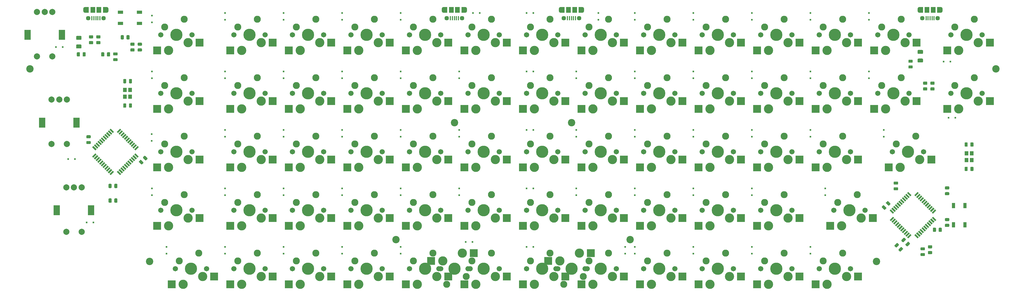
<source format=gbr>
G04 #@! TF.GenerationSoftware,KiCad,Pcbnew,(5.1.5-0-10_14)*
G04 #@! TF.CreationDate,2020-05-07T23:45:50-07:00*
G04 #@! TF.ProjectId,basis_combined_PROTON,62617369-735f-4636-9f6d-62696e65645f,rev?*
G04 #@! TF.SameCoordinates,Original*
G04 #@! TF.FileFunction,Soldermask,Bot*
G04 #@! TF.FilePolarity,Negative*
%FSLAX46Y46*%
G04 Gerber Fmt 4.6, Leading zero omitted, Abs format (unit mm)*
G04 Created by KiCad (PCBNEW (5.1.5-0-10_14)) date 2020-05-07 23:45:50*
%MOMM*%
%LPD*%
G04 APERTURE LIST*
%ADD10R,2.550000X2.500000*%
%ADD11C,1.701800*%
%ADD12C,2.286000*%
%ADD13C,3.987800*%
%ADD14C,3.000000*%
%ADD15R,0.500000X0.500000*%
%ADD16R,1.200000X1.900000*%
%ADD17O,1.200000X1.900000*%
%ADD18R,1.500000X1.900000*%
%ADD19C,1.450000*%
%ADD20R,0.400000X1.350000*%
%ADD21C,2.400000*%
%ADD22C,2.000000*%
%ADD23R,2.000000X3.200000*%
%ADD24C,0.100000*%
%ADD25R,1.200000X1.400000*%
%ADD26R,1.100000X1.800000*%
%ADD27R,1.800000X1.100000*%
G04 APERTURE END LIST*
D10*
X-22602500Y-201771250D03*
D11*
X-35242500Y-199231250D03*
X-25082500Y-199231250D03*
D12*
X-33972500Y-196691250D03*
D13*
X-30162500Y-199231250D03*
D12*
X-27622500Y-194151250D03*
D14*
X-26352500Y-201771250D03*
X-32702500Y-204311250D03*
D10*
X-36452500Y-204311250D03*
X-41652500Y-125571250D03*
D11*
X-54292500Y-123031250D03*
X-44132500Y-123031250D03*
D12*
X-53022500Y-120491250D03*
D13*
X-49212500Y-123031250D03*
D12*
X-46672500Y-117951250D03*
D14*
X-45402500Y-125571250D03*
X-51752500Y-128111250D03*
D10*
X-55502500Y-128111250D03*
X-22602500Y-125571250D03*
D11*
X-35242500Y-123031250D03*
X-25082500Y-123031250D03*
D12*
X-33972500Y-120491250D03*
D13*
X-30162500Y-123031250D03*
D12*
X-27622500Y-117951250D03*
D14*
X-26352500Y-125571250D03*
X-32702500Y-128111250D03*
D10*
X-36452500Y-128111250D03*
X-3552500Y-125571250D03*
D11*
X-16192500Y-123031250D03*
X-6032500Y-123031250D03*
D12*
X-14922500Y-120491250D03*
D13*
X-11112500Y-123031250D03*
D12*
X-8572500Y-117951250D03*
D14*
X-7302500Y-125571250D03*
X-13652500Y-128111250D03*
D10*
X-17402500Y-128111250D03*
X15497500Y-125571250D03*
D11*
X2857500Y-123031250D03*
X13017500Y-123031250D03*
D12*
X4127500Y-120491250D03*
D13*
X7937500Y-123031250D03*
D12*
X10477500Y-117951250D03*
D14*
X11747500Y-125571250D03*
X5397500Y-128111250D03*
D10*
X1647500Y-128111250D03*
X-41652500Y-163671250D03*
D11*
X-54292500Y-161131250D03*
X-44132500Y-161131250D03*
D12*
X-53022500Y-158591250D03*
D13*
X-49212500Y-161131250D03*
D12*
X-46672500Y-156051250D03*
D14*
X-45402500Y-163671250D03*
X-51752500Y-166211250D03*
D10*
X-55502500Y-166211250D03*
X-3552500Y-182721250D03*
D11*
X-16192500Y-180181250D03*
X-6032500Y-180181250D03*
D12*
X-14922500Y-177641250D03*
D13*
X-11112500Y-180181250D03*
D12*
X-8572500Y-175101250D03*
D14*
X-7302500Y-182721250D03*
X-13652500Y-185261250D03*
D10*
X-17402500Y-185261250D03*
X-3552500Y-201771250D03*
D11*
X-16192500Y-199231250D03*
X-6032500Y-199231250D03*
D12*
X-14922500Y-196691250D03*
D13*
X-11112500Y-199231250D03*
D12*
X-8572500Y-194151250D03*
D14*
X-7302500Y-201771250D03*
X-13652500Y-204311250D03*
D10*
X-17402500Y-204311250D03*
X-41652500Y-201771250D03*
D11*
X-54292500Y-199231250D03*
X-44132500Y-199231250D03*
D12*
X-53022500Y-196691250D03*
D13*
X-49212500Y-199231250D03*
D12*
X-46672500Y-194151250D03*
D14*
X-45402500Y-201771250D03*
X-51752500Y-204311250D03*
D10*
X-55502500Y-204311250D03*
X-3552500Y-163671250D03*
D11*
X-16192500Y-161131250D03*
X-6032500Y-161131250D03*
D12*
X-14922500Y-158591250D03*
D13*
X-11112500Y-161131250D03*
D12*
X-8572500Y-156051250D03*
D14*
X-7302500Y-163671250D03*
X-13652500Y-166211250D03*
D10*
X-17402500Y-166211250D03*
X-3552500Y-144621250D03*
D11*
X-16192500Y-142081250D03*
X-6032500Y-142081250D03*
D12*
X-14922500Y-139541250D03*
D13*
X-11112500Y-142081250D03*
D12*
X-8572500Y-137001250D03*
D14*
X-7302500Y-144621250D03*
X-13652500Y-147161250D03*
D10*
X-17402500Y-147161250D03*
X15497500Y-163671250D03*
D11*
X2857500Y-161131250D03*
X13017500Y-161131250D03*
D12*
X4127500Y-158591250D03*
D13*
X7937500Y-161131250D03*
D12*
X10477500Y-156051250D03*
D14*
X11747500Y-163671250D03*
X5397500Y-166211250D03*
D10*
X1647500Y-166211250D03*
X-60702500Y-201771250D03*
D11*
X-73342500Y-199231250D03*
X-63182500Y-199231250D03*
D12*
X-72072500Y-196691250D03*
D13*
X-68262500Y-199231250D03*
D12*
X-65722500Y-194151250D03*
D14*
X-64452500Y-201771250D03*
X-70802500Y-204311250D03*
D10*
X-74552500Y-204311250D03*
X34547500Y-163671250D03*
D11*
X21907500Y-161131250D03*
X32067500Y-161131250D03*
D12*
X23177500Y-158591250D03*
D13*
X26987500Y-161131250D03*
D12*
X29527500Y-156051250D03*
D14*
X30797500Y-163671250D03*
X24447500Y-166211250D03*
D10*
X20697500Y-166211250D03*
X-41652500Y-144621250D03*
D11*
X-54292500Y-142081250D03*
X-44132500Y-142081250D03*
D12*
X-53022500Y-139541250D03*
D13*
X-49212500Y-142081250D03*
D12*
X-46672500Y-137001250D03*
D14*
X-45402500Y-144621250D03*
X-51752500Y-147161250D03*
D10*
X-55502500Y-147161250D03*
X15497500Y-144621250D03*
D11*
X2857500Y-142081250D03*
X13017500Y-142081250D03*
D12*
X4127500Y-139541250D03*
D13*
X7937500Y-142081250D03*
D12*
X10477500Y-137001250D03*
D14*
X11747500Y-144621250D03*
X5397500Y-147161250D03*
D10*
X1647500Y-147161250D03*
X-22602500Y-163671250D03*
D11*
X-35242500Y-161131250D03*
X-25082500Y-161131250D03*
D12*
X-33972500Y-158591250D03*
D13*
X-30162500Y-161131250D03*
D12*
X-27622500Y-156051250D03*
D14*
X-26352500Y-163671250D03*
X-32702500Y-166211250D03*
D10*
X-36452500Y-166211250D03*
X15497500Y-201771250D03*
D11*
X2857500Y-199231250D03*
X13017500Y-199231250D03*
D12*
X4127500Y-196691250D03*
D13*
X7937500Y-199231250D03*
D12*
X10477500Y-194151250D03*
D14*
X11747500Y-201771250D03*
X5397500Y-204311250D03*
D10*
X1647500Y-204311250D03*
X34547500Y-201771250D03*
D11*
X21907500Y-199231250D03*
X32067500Y-199231250D03*
D12*
X23177500Y-196691250D03*
D13*
X26987500Y-199231250D03*
D12*
X29527500Y-194151250D03*
D14*
X30797500Y-201771250D03*
X24447500Y-204311250D03*
D10*
X20697500Y-204311250D03*
X9902500Y-196691250D03*
D11*
X22542500Y-199231250D03*
X12382500Y-199231250D03*
D12*
X21272500Y-201771250D03*
D13*
X17462500Y-199231250D03*
D12*
X14922500Y-204311250D03*
D14*
X13652500Y-196691250D03*
X20002500Y-194151250D03*
D10*
X23752500Y-194151250D03*
X34547500Y-144621250D03*
D11*
X21907500Y-142081250D03*
X32067500Y-142081250D03*
D12*
X23177500Y-139541250D03*
D13*
X26987500Y-142081250D03*
D12*
X29527500Y-137001250D03*
D14*
X30797500Y-144621250D03*
X24447500Y-147161250D03*
D10*
X20697500Y-147161250D03*
X15497500Y-182721250D03*
D11*
X2857500Y-180181250D03*
X13017500Y-180181250D03*
D12*
X4127500Y-177641250D03*
D13*
X7937500Y-180181250D03*
D12*
X10477500Y-175101250D03*
D14*
X11747500Y-182721250D03*
X5397500Y-185261250D03*
D10*
X1647500Y-185261250D03*
X-22602500Y-144621250D03*
D11*
X-35242500Y-142081250D03*
X-25082500Y-142081250D03*
D12*
X-33972500Y-139541250D03*
D13*
X-30162500Y-142081250D03*
D12*
X-27622500Y-137001250D03*
D14*
X-26352500Y-144621250D03*
X-32702500Y-147161250D03*
D10*
X-36452500Y-147161250D03*
X-22602500Y-182721250D03*
D11*
X-35242500Y-180181250D03*
X-25082500Y-180181250D03*
D12*
X-33972500Y-177641250D03*
D13*
X-30162500Y-180181250D03*
D12*
X-27622500Y-175101250D03*
D14*
X-26352500Y-182721250D03*
X-32702500Y-185261250D03*
D10*
X-36452500Y-185261250D03*
X-41652500Y-182721250D03*
D11*
X-54292500Y-180181250D03*
X-44132500Y-180181250D03*
D12*
X-53022500Y-177641250D03*
D13*
X-49212500Y-180181250D03*
D12*
X-46672500Y-175101250D03*
D14*
X-45402500Y-182721250D03*
X-51752500Y-185261250D03*
D10*
X-55502500Y-185261250D03*
X-65465000Y-125571250D03*
D11*
X-78105000Y-123031250D03*
X-67945000Y-123031250D03*
D12*
X-76835000Y-120491250D03*
D13*
X-73025000Y-123031250D03*
D12*
X-70485000Y-117951250D03*
D14*
X-69215000Y-125571250D03*
X-75565000Y-128111250D03*
D10*
X-79315000Y-128111250D03*
X-65465000Y-144621250D03*
D11*
X-78105000Y-142081250D03*
X-67945000Y-142081250D03*
D12*
X-76835000Y-139541250D03*
D13*
X-73025000Y-142081250D03*
D12*
X-70485000Y-137001250D03*
D14*
X-69215000Y-144621250D03*
X-75565000Y-147161250D03*
D10*
X-79315000Y-147161250D03*
X-65465000Y-163671250D03*
D11*
X-78105000Y-161131250D03*
X-67945000Y-161131250D03*
D12*
X-76835000Y-158591250D03*
D13*
X-73025000Y-161131250D03*
D12*
X-70485000Y-156051250D03*
D14*
X-69215000Y-163671250D03*
X-75565000Y-166211250D03*
D10*
X-79315000Y-166211250D03*
X34547500Y-125571250D03*
D11*
X21907500Y-123031250D03*
X32067500Y-123031250D03*
D12*
X23177500Y-120491250D03*
D13*
X26987500Y-123031250D03*
D12*
X29527500Y-117951250D03*
D14*
X30797500Y-125571250D03*
X24447500Y-128111250D03*
D10*
X20697500Y-128111250D03*
X34547500Y-182721250D03*
D11*
X21907500Y-180181250D03*
X32067500Y-180181250D03*
D12*
X23177500Y-177641250D03*
D13*
X26987500Y-180181250D03*
D12*
X29527500Y-175101250D03*
D14*
X30797500Y-182721250D03*
X24447500Y-185261250D03*
D10*
X20697500Y-185261250D03*
X53597500Y-144621250D03*
D11*
X40957500Y-142081250D03*
X51117500Y-142081250D03*
D12*
X42227500Y-139541250D03*
D13*
X46037500Y-142081250D03*
D12*
X48577500Y-137001250D03*
D14*
X49847500Y-144621250D03*
X43497500Y-147161250D03*
D10*
X39747500Y-147161250D03*
X129797500Y-201771250D03*
D11*
X117157500Y-199231250D03*
X127317500Y-199231250D03*
D12*
X118427500Y-196691250D03*
D13*
X122237500Y-199231250D03*
D12*
X124777500Y-194151250D03*
D14*
X126047500Y-201771250D03*
X119697500Y-204311250D03*
D10*
X115947500Y-204311250D03*
X72647500Y-144621250D03*
D11*
X60007500Y-142081250D03*
X70167500Y-142081250D03*
D12*
X61277500Y-139541250D03*
D13*
X65087500Y-142081250D03*
D12*
X67627500Y-137001250D03*
D14*
X68897500Y-144621250D03*
X62547500Y-147161250D03*
D10*
X58797500Y-147161250D03*
X148847500Y-144621250D03*
D11*
X136207500Y-142081250D03*
X146367500Y-142081250D03*
D12*
X137477500Y-139541250D03*
D13*
X141287500Y-142081250D03*
D12*
X143827500Y-137001250D03*
D14*
X145097500Y-144621250D03*
X138747500Y-147161250D03*
D10*
X134997500Y-147161250D03*
X48002500Y-196691250D03*
D11*
X60642500Y-199231250D03*
X50482500Y-199231250D03*
D12*
X59372500Y-201771250D03*
D13*
X55562500Y-199231250D03*
D12*
X53022500Y-204311250D03*
D14*
X51752500Y-196691250D03*
X58102500Y-194151250D03*
D10*
X61852500Y-194151250D03*
X72647500Y-201771250D03*
D11*
X60007500Y-199231250D03*
X70167500Y-199231250D03*
D12*
X61277500Y-196691250D03*
D13*
X65087500Y-199231250D03*
D12*
X67627500Y-194151250D03*
D14*
X68897500Y-201771250D03*
X62547500Y-204311250D03*
D10*
X58797500Y-204311250D03*
X53597500Y-201771250D03*
D11*
X40957500Y-199231250D03*
X51117500Y-199231250D03*
D12*
X42227500Y-196691250D03*
D13*
X46037500Y-199231250D03*
D12*
X48577500Y-194151250D03*
D14*
X49847500Y-201771250D03*
X43497500Y-204311250D03*
D10*
X39747500Y-204311250D03*
X148847500Y-201771250D03*
D11*
X136207500Y-199231250D03*
X146367500Y-199231250D03*
D12*
X137477500Y-196691250D03*
D13*
X141287500Y-199231250D03*
D12*
X143827500Y-194151250D03*
D14*
X145097500Y-201771250D03*
X138747500Y-204311250D03*
D10*
X134997500Y-204311250D03*
X129797500Y-144621250D03*
D11*
X117157500Y-142081250D03*
X127317500Y-142081250D03*
D12*
X118427500Y-139541250D03*
D13*
X122237500Y-142081250D03*
D12*
X124777500Y-137001250D03*
D14*
X126047500Y-144621250D03*
X119697500Y-147161250D03*
D10*
X115947500Y-147161250D03*
X110747500Y-144621250D03*
D11*
X98107500Y-142081250D03*
X108267500Y-142081250D03*
D12*
X99377500Y-139541250D03*
D13*
X103187500Y-142081250D03*
D12*
X105727500Y-137001250D03*
D14*
X106997500Y-144621250D03*
X100647500Y-147161250D03*
D10*
X96897500Y-147161250D03*
X53597500Y-182721250D03*
D11*
X40957500Y-180181250D03*
X51117500Y-180181250D03*
D12*
X42227500Y-177641250D03*
D13*
X46037500Y-180181250D03*
D12*
X48577500Y-175101250D03*
D14*
X49847500Y-182721250D03*
X43497500Y-185261250D03*
D10*
X39747500Y-185261250D03*
X72647500Y-182721250D03*
D11*
X60007500Y-180181250D03*
X70167500Y-180181250D03*
D12*
X61277500Y-177641250D03*
D13*
X65087500Y-180181250D03*
D12*
X67627500Y-175101250D03*
D14*
X68897500Y-182721250D03*
X62547500Y-185261250D03*
D10*
X58797500Y-185261250D03*
X91697500Y-201771250D03*
D11*
X79057500Y-199231250D03*
X89217500Y-199231250D03*
D12*
X80327500Y-196691250D03*
D13*
X84137500Y-199231250D03*
D12*
X86677500Y-194151250D03*
D14*
X87947500Y-201771250D03*
X81597500Y-204311250D03*
D10*
X77847500Y-204311250D03*
X110747500Y-163671250D03*
D11*
X98107500Y-161131250D03*
X108267500Y-161131250D03*
D12*
X99377500Y-158591250D03*
D13*
X103187500Y-161131250D03*
D12*
X105727500Y-156051250D03*
D14*
X106997500Y-163671250D03*
X100647500Y-166211250D03*
D10*
X96897500Y-166211250D03*
X91697500Y-163671250D03*
D11*
X79057500Y-161131250D03*
X89217500Y-161131250D03*
D12*
X80327500Y-158591250D03*
D13*
X84137500Y-161131250D03*
D12*
X86677500Y-156051250D03*
D14*
X87947500Y-163671250D03*
X81597500Y-166211250D03*
D10*
X77847500Y-166211250D03*
X72647500Y-163671250D03*
D11*
X60007500Y-161131250D03*
X70167500Y-161131250D03*
D12*
X61277500Y-158591250D03*
D13*
X65087500Y-161131250D03*
D12*
X67627500Y-156051250D03*
D14*
X68897500Y-163671250D03*
X62547500Y-166211250D03*
D10*
X58797500Y-166211250D03*
X91697500Y-144621250D03*
D11*
X79057500Y-142081250D03*
X89217500Y-142081250D03*
D12*
X80327500Y-139541250D03*
D13*
X84137500Y-142081250D03*
D12*
X86677500Y-137001250D03*
D14*
X87947500Y-144621250D03*
X81597500Y-147161250D03*
D10*
X77847500Y-147161250D03*
X53597500Y-163671250D03*
D11*
X40957500Y-161131250D03*
X51117500Y-161131250D03*
D12*
X42227500Y-158591250D03*
D13*
X46037500Y-161131250D03*
D12*
X48577500Y-156051250D03*
D14*
X49847500Y-163671250D03*
X43497500Y-166211250D03*
D10*
X39747500Y-166211250D03*
X110747500Y-201771250D03*
D11*
X98107500Y-199231250D03*
X108267500Y-199231250D03*
D12*
X99377500Y-196691250D03*
D13*
X103187500Y-199231250D03*
D12*
X105727500Y-194151250D03*
D14*
X106997500Y-201771250D03*
X100647500Y-204311250D03*
D10*
X96897500Y-204311250D03*
X167897500Y-125571250D03*
D11*
X155257500Y-123031250D03*
X165417500Y-123031250D03*
D12*
X156527500Y-120491250D03*
D13*
X160337500Y-123031250D03*
D12*
X162877500Y-117951250D03*
D14*
X164147500Y-125571250D03*
X157797500Y-128111250D03*
D10*
X154047500Y-128111250D03*
X148847500Y-125571250D03*
D11*
X136207500Y-123031250D03*
X146367500Y-123031250D03*
D12*
X137477500Y-120491250D03*
D13*
X141287500Y-123031250D03*
D12*
X143827500Y-117951250D03*
D14*
X145097500Y-125571250D03*
X138747500Y-128111250D03*
D10*
X134997500Y-128111250D03*
X167897500Y-144621250D03*
D11*
X155257500Y-142081250D03*
X165417500Y-142081250D03*
D12*
X156527500Y-139541250D03*
D13*
X160337500Y-142081250D03*
D12*
X162877500Y-137001250D03*
D14*
X164147500Y-144621250D03*
X157797500Y-147161250D03*
D10*
X154047500Y-147161250D03*
X129797500Y-163671250D03*
D11*
X117157500Y-161131250D03*
X127317500Y-161131250D03*
D12*
X118427500Y-158591250D03*
D13*
X122237500Y-161131250D03*
D12*
X124777500Y-156051250D03*
D14*
X126047500Y-163671250D03*
X119697500Y-166211250D03*
D10*
X115947500Y-166211250D03*
X129797500Y-182721250D03*
D11*
X117157500Y-180181250D03*
X127317500Y-180181250D03*
D12*
X118427500Y-177641250D03*
D13*
X122237500Y-180181250D03*
D12*
X124777500Y-175101250D03*
D14*
X126047500Y-182721250D03*
X119697500Y-185261250D03*
D10*
X115947500Y-185261250D03*
X148847500Y-163671250D03*
D11*
X136207500Y-161131250D03*
X146367500Y-161131250D03*
D12*
X137477500Y-158591250D03*
D13*
X141287500Y-161131250D03*
D12*
X143827500Y-156051250D03*
D14*
X145097500Y-163671250D03*
X138747500Y-166211250D03*
D10*
X134997500Y-166211250D03*
X110747500Y-125571250D03*
D11*
X98107500Y-123031250D03*
X108267500Y-123031250D03*
D12*
X99377500Y-120491250D03*
D13*
X103187500Y-123031250D03*
D12*
X105727500Y-117951250D03*
D14*
X106997500Y-125571250D03*
X100647500Y-128111250D03*
D10*
X96897500Y-128111250D03*
X91697500Y-125571250D03*
D11*
X79057500Y-123031250D03*
X89217500Y-123031250D03*
D12*
X80327500Y-120491250D03*
D13*
X84137500Y-123031250D03*
D12*
X86677500Y-117951250D03*
D14*
X87947500Y-125571250D03*
X81597500Y-128111250D03*
D10*
X77847500Y-128111250D03*
X72647500Y-125571250D03*
D11*
X60007500Y-123031250D03*
X70167500Y-123031250D03*
D12*
X61277500Y-120491250D03*
D13*
X65087500Y-123031250D03*
D12*
X67627500Y-117951250D03*
D14*
X68897500Y-125571250D03*
X62547500Y-128111250D03*
D10*
X58797500Y-128111250D03*
X53597500Y-125571250D03*
D11*
X40957500Y-123031250D03*
X51117500Y-123031250D03*
D12*
X42227500Y-120491250D03*
D13*
X46037500Y-123031250D03*
D12*
X48577500Y-117951250D03*
D14*
X49847500Y-125571250D03*
X43497500Y-128111250D03*
D10*
X39747500Y-128111250D03*
X91697500Y-182721250D03*
D11*
X79057500Y-180181250D03*
X89217500Y-180181250D03*
D12*
X80327500Y-177641250D03*
D13*
X84137500Y-180181250D03*
D12*
X86677500Y-175101250D03*
D14*
X87947500Y-182721250D03*
X81597500Y-185261250D03*
D10*
X77847500Y-185261250D03*
X110747500Y-182721250D03*
D11*
X98107500Y-180181250D03*
X108267500Y-180181250D03*
D12*
X99377500Y-177641250D03*
D13*
X103187500Y-180181250D03*
D12*
X105727500Y-175101250D03*
D14*
X106997500Y-182721250D03*
X100647500Y-185261250D03*
D10*
X96897500Y-185261250D03*
X129797500Y-125571250D03*
D11*
X117157500Y-123031250D03*
X127317500Y-123031250D03*
D12*
X118427500Y-120491250D03*
D13*
X122237500Y-123031250D03*
D12*
X124777500Y-117951250D03*
D14*
X126047500Y-125571250D03*
X119697500Y-128111250D03*
D10*
X115947500Y-128111250D03*
X153610000Y-182721250D03*
D11*
X140970000Y-180181250D03*
X151130000Y-180181250D03*
D12*
X142240000Y-177641250D03*
D13*
X146050000Y-180181250D03*
D12*
X148590000Y-175101250D03*
D14*
X149860000Y-182721250D03*
X143510000Y-185261250D03*
D10*
X139760000Y-185261250D03*
X191710000Y-125571250D03*
D11*
X179070000Y-123031250D03*
X189230000Y-123031250D03*
D12*
X180340000Y-120491250D03*
D13*
X184150000Y-123031250D03*
D12*
X186690000Y-117951250D03*
D14*
X187960000Y-125571250D03*
X181610000Y-128111250D03*
D10*
X177860000Y-128111250D03*
X191710000Y-144621250D03*
D11*
X179070000Y-142081250D03*
X189230000Y-142081250D03*
D12*
X180340000Y-139541250D03*
D13*
X184150000Y-142081250D03*
D12*
X186690000Y-137001250D03*
D14*
X187960000Y-144621250D03*
X181610000Y-147161250D03*
D10*
X177860000Y-147161250D03*
X172660000Y-163671250D03*
D11*
X160020000Y-161131250D03*
X170180000Y-161131250D03*
D12*
X161290000Y-158591250D03*
D13*
X165100000Y-161131250D03*
D12*
X167640000Y-156051250D03*
D14*
X168910000Y-163671250D03*
X162560000Y-166211250D03*
D10*
X158810000Y-166211250D03*
X-65465000Y-182721250D03*
D11*
X-78105000Y-180181250D03*
X-67945000Y-180181250D03*
D12*
X-76835000Y-177641250D03*
D13*
X-73025000Y-180181250D03*
D12*
X-70485000Y-175101250D03*
D14*
X-69215000Y-182721250D03*
X-75565000Y-185261250D03*
D10*
X-79315000Y-185261250D03*
D15*
X176700000Y-131762500D03*
X178900000Y-131762500D03*
X178287500Y-150018750D03*
X180487500Y-150018750D03*
X157162500Y-156167000D03*
X157162500Y-153967000D03*
X152400000Y-137117000D03*
X152400000Y-134917000D03*
X152400000Y-118067000D03*
X152400000Y-115867000D03*
X133350000Y-194267000D03*
X133350000Y-192067000D03*
X138112500Y-175217000D03*
X138112500Y-173017000D03*
X133350000Y-156167000D03*
X133350000Y-153967000D03*
X133350000Y-137117000D03*
X133350000Y-134917000D03*
X133350000Y-118067000D03*
X133350000Y-115867000D03*
X114300000Y-194267000D03*
X114300000Y-192067000D03*
X114300000Y-175217000D03*
X114300000Y-173017000D03*
X114300000Y-156167000D03*
X114300000Y-153967000D03*
X114300000Y-137117000D03*
X114300000Y-134917000D03*
X114300000Y-118067000D03*
X114300000Y-115867000D03*
X95250000Y-194267000D03*
X95250000Y-192067000D03*
X95250000Y-175217000D03*
X95250000Y-173017000D03*
X95250000Y-156167000D03*
X95250000Y-153967000D03*
X95250000Y-137117000D03*
X95250000Y-134917000D03*
X95250000Y-118067000D03*
X95250000Y-115867000D03*
X76200000Y-194267000D03*
X76200000Y-192067000D03*
X76200000Y-175217000D03*
X76200000Y-173017000D03*
X76200000Y-156167000D03*
X76200000Y-153967000D03*
X76200000Y-137117000D03*
X76200000Y-134917000D03*
X76200000Y-118067000D03*
X76200000Y-115867000D03*
X73025000Y-194267000D03*
X73025000Y-192067000D03*
X57150000Y-175217000D03*
X57150000Y-173017000D03*
X57150000Y-156167000D03*
X57150000Y-153967000D03*
X57150000Y-137117000D03*
X57150000Y-134917000D03*
X64293750Y-118067000D03*
X64293750Y-115867000D03*
X40968750Y-192087500D03*
X43168750Y-192087500D03*
X40968750Y-173037500D03*
X43168750Y-173037500D03*
X40968750Y-153987500D03*
X43168750Y-153987500D03*
X40968750Y-134937500D03*
X43168750Y-134937500D03*
X40968750Y-115887500D03*
X43168750Y-115887500D03*
X19050000Y-175217000D03*
X19050000Y-173017000D03*
X19050000Y-156167000D03*
X19050000Y-153967000D03*
X19050000Y-137117000D03*
X19050000Y-134917000D03*
X25706250Y-115887500D03*
X23506250Y-115887500D03*
X23325000Y-190500000D03*
X21125000Y-190500000D03*
X0Y-194267000D03*
X0Y-192067000D03*
X0Y-175217000D03*
X0Y-173017000D03*
X0Y-156167000D03*
X0Y-153967000D03*
X0Y-137117000D03*
X0Y-134917000D03*
X0Y-118130500D03*
X0Y-115930500D03*
X-19050000Y-194267000D03*
X-19050000Y-192067000D03*
X-19050000Y-175217000D03*
X-19050000Y-173017000D03*
X-19050000Y-156167000D03*
X-19050000Y-153967000D03*
X-19050000Y-137117000D03*
X-19050000Y-134917000D03*
X-19050000Y-118130500D03*
X-19050000Y-115930500D03*
X-38100000Y-194267000D03*
X-38100000Y-192067000D03*
X-38100000Y-175217000D03*
X-38100000Y-173017000D03*
X-38100000Y-156167000D03*
X-38100000Y-153967000D03*
X-57150000Y-194267000D03*
X-57150000Y-192067000D03*
X-57150000Y-175217000D03*
X-57150000Y-173017000D03*
X-57150000Y-156167000D03*
X-57150000Y-153967000D03*
X-76200000Y-194267000D03*
X-76200000Y-192067000D03*
X-80962500Y-175217000D03*
X-80962500Y-173017000D03*
X-81026000Y-157564000D03*
X-81026000Y-155364000D03*
X-80962500Y-137117000D03*
X-80962500Y-134917000D03*
X-80962500Y-118956000D03*
X-80962500Y-116756000D03*
X-102192000Y-184150000D03*
X-99992000Y-184150000D03*
X-108256250Y-163512500D03*
X-106056250Y-163512500D03*
X-112225000Y-127000000D03*
X-110025000Y-127000000D03*
X-38100000Y-137117000D03*
X-38100000Y-134917000D03*
X-38100000Y-118129500D03*
X-38100000Y-115929500D03*
X-57150000Y-137117000D03*
X-57150000Y-134917000D03*
X-57150000Y-118129500D03*
X-57150000Y-115929500D03*
D16*
X52670000Y-114908750D03*
X58470000Y-114908750D03*
D17*
X59070000Y-114908750D03*
X52070000Y-114908750D03*
D18*
X54570000Y-114908750D03*
D19*
X58070000Y-117608750D03*
D20*
X55570000Y-117608750D03*
X56220000Y-117608750D03*
X56870000Y-117608750D03*
X54270000Y-117608750D03*
X54920000Y-117608750D03*
D19*
X53070000Y-117608750D03*
D18*
X56570000Y-114908750D03*
D16*
X14552500Y-114911250D03*
X20352500Y-114911250D03*
D17*
X20952500Y-114911250D03*
X13952500Y-114911250D03*
D18*
X16452500Y-114911250D03*
D19*
X19952500Y-117611250D03*
D20*
X17452500Y-117611250D03*
X18102500Y-117611250D03*
X18752500Y-117611250D03*
X16152500Y-117611250D03*
X16802500Y-117611250D03*
D19*
X14952500Y-117611250D03*
D18*
X18452500Y-114911250D03*
D16*
X169350000Y-114918750D03*
X175150000Y-114918750D03*
D17*
X175750000Y-114918750D03*
X168750000Y-114918750D03*
D18*
X171250000Y-114918750D03*
D19*
X174750000Y-117618750D03*
D20*
X172250000Y-117618750D03*
X172900000Y-117618750D03*
X173550000Y-117618750D03*
X170950000Y-117618750D03*
X171600000Y-117618750D03*
D19*
X169750000Y-117618750D03*
D18*
X173250000Y-114918750D03*
D16*
X-102118750Y-114911250D03*
X-96318750Y-114911250D03*
D17*
X-95718750Y-114911250D03*
X-102718750Y-114911250D03*
D18*
X-100218750Y-114911250D03*
D19*
X-96718750Y-117611250D03*
D20*
X-99218750Y-117611250D03*
X-98568750Y-117611250D03*
X-97918750Y-117611250D03*
X-100518750Y-117611250D03*
X-99868750Y-117611250D03*
D19*
X-101718750Y-117611250D03*
D18*
X-98218750Y-114911250D03*
D21*
X-81756250Y-196850000D03*
X-120650000Y-134143750D03*
X17462500Y-151606250D03*
X-1587500Y-189706250D03*
X74612500Y-189706250D03*
X154781250Y-196850000D03*
X55562500Y-151606250D03*
X193675000Y-134143750D03*
D22*
X-118387500Y-130031250D03*
X-113387500Y-130031250D03*
D23*
X-121487500Y-123031250D03*
X-110287500Y-123031250D03*
D22*
X-118387500Y-115531250D03*
X-115887500Y-115531250D03*
X-113387500Y-115531250D03*
X-113625000Y-158606250D03*
X-108625000Y-158606250D03*
D23*
X-116725000Y-151606250D03*
X-105525000Y-151606250D03*
D22*
X-113625000Y-144106250D03*
X-111125000Y-144106250D03*
X-108625000Y-144106250D03*
X-108862500Y-187181250D03*
X-103862500Y-187181250D03*
D23*
X-111962500Y-180181250D03*
X-100762500Y-180181250D03*
D22*
X-108862500Y-172681250D03*
X-106362500Y-172681250D03*
X-103862500Y-172681250D03*
D24*
G36*
X166210202Y-175245690D02*
G01*
X165821294Y-175634598D01*
X164760634Y-174573938D01*
X165149542Y-174185030D01*
X166210202Y-175245690D01*
G37*
G36*
X165644517Y-175811376D02*
G01*
X165255609Y-176200284D01*
X164194949Y-175139624D01*
X164583857Y-174750716D01*
X165644517Y-175811376D01*
G37*
G36*
X165078832Y-176377061D02*
G01*
X164689924Y-176765969D01*
X163629264Y-175705309D01*
X164018172Y-175316401D01*
X165078832Y-176377061D01*
G37*
G36*
X164513146Y-176942746D02*
G01*
X164124238Y-177331654D01*
X163063578Y-176270994D01*
X163452486Y-175882086D01*
X164513146Y-176942746D01*
G37*
G36*
X163947461Y-177508432D02*
G01*
X163558553Y-177897340D01*
X162497893Y-176836680D01*
X162886801Y-176447772D01*
X163947461Y-177508432D01*
G37*
G36*
X163381775Y-178074117D02*
G01*
X162992867Y-178463025D01*
X161932207Y-177402365D01*
X162321115Y-177013457D01*
X163381775Y-178074117D01*
G37*
G36*
X162816090Y-178639803D02*
G01*
X162427182Y-179028711D01*
X161366522Y-177968051D01*
X161755430Y-177579143D01*
X162816090Y-178639803D01*
G37*
G36*
X162250404Y-179205488D02*
G01*
X161861496Y-179594396D01*
X160800836Y-178533736D01*
X161189744Y-178144828D01*
X162250404Y-179205488D01*
G37*
G36*
X161684719Y-179771174D02*
G01*
X161295811Y-180160082D01*
X160235151Y-179099422D01*
X160624059Y-178710514D01*
X161684719Y-179771174D01*
G37*
G36*
X161119034Y-180336859D02*
G01*
X160730126Y-180725767D01*
X159669466Y-179665107D01*
X160058374Y-179276199D01*
X161119034Y-180336859D01*
G37*
G36*
X160553348Y-180902544D02*
G01*
X160164440Y-181291452D01*
X159103780Y-180230792D01*
X159492688Y-179841884D01*
X160553348Y-180902544D01*
G37*
G36*
X160164440Y-182246048D02*
G01*
X160553348Y-182634956D01*
X159492688Y-183695616D01*
X159103780Y-183306708D01*
X160164440Y-182246048D01*
G37*
G36*
X160730126Y-182811733D02*
G01*
X161119034Y-183200641D01*
X160058374Y-184261301D01*
X159669466Y-183872393D01*
X160730126Y-182811733D01*
G37*
G36*
X161295811Y-183377418D02*
G01*
X161684719Y-183766326D01*
X160624059Y-184826986D01*
X160235151Y-184438078D01*
X161295811Y-183377418D01*
G37*
G36*
X161861496Y-183943104D02*
G01*
X162250404Y-184332012D01*
X161189744Y-185392672D01*
X160800836Y-185003764D01*
X161861496Y-183943104D01*
G37*
G36*
X162427182Y-184508789D02*
G01*
X162816090Y-184897697D01*
X161755430Y-185958357D01*
X161366522Y-185569449D01*
X162427182Y-184508789D01*
G37*
G36*
X162992867Y-185074475D02*
G01*
X163381775Y-185463383D01*
X162321115Y-186524043D01*
X161932207Y-186135135D01*
X162992867Y-185074475D01*
G37*
G36*
X163558553Y-185640160D02*
G01*
X163947461Y-186029068D01*
X162886801Y-187089728D01*
X162497893Y-186700820D01*
X163558553Y-185640160D01*
G37*
G36*
X164124238Y-186205846D02*
G01*
X164513146Y-186594754D01*
X163452486Y-187655414D01*
X163063578Y-187266506D01*
X164124238Y-186205846D01*
G37*
G36*
X164689924Y-186771531D02*
G01*
X165078832Y-187160439D01*
X164018172Y-188221099D01*
X163629264Y-187832191D01*
X164689924Y-186771531D01*
G37*
G36*
X165255609Y-187337216D02*
G01*
X165644517Y-187726124D01*
X164583857Y-188786784D01*
X164194949Y-188397876D01*
X165255609Y-187337216D01*
G37*
G36*
X165821294Y-187902902D02*
G01*
X166210202Y-188291810D01*
X165149542Y-189352470D01*
X164760634Y-188963562D01*
X165821294Y-187902902D01*
G37*
G36*
X168614366Y-188963562D02*
G01*
X168225458Y-189352470D01*
X167164798Y-188291810D01*
X167553706Y-187902902D01*
X168614366Y-188963562D01*
G37*
G36*
X169180051Y-188397876D02*
G01*
X168791143Y-188786784D01*
X167730483Y-187726124D01*
X168119391Y-187337216D01*
X169180051Y-188397876D01*
G37*
G36*
X169745736Y-187832191D02*
G01*
X169356828Y-188221099D01*
X168296168Y-187160439D01*
X168685076Y-186771531D01*
X169745736Y-187832191D01*
G37*
G36*
X170311422Y-187266506D02*
G01*
X169922514Y-187655414D01*
X168861854Y-186594754D01*
X169250762Y-186205846D01*
X170311422Y-187266506D01*
G37*
G36*
X170877107Y-186700820D02*
G01*
X170488199Y-187089728D01*
X169427539Y-186029068D01*
X169816447Y-185640160D01*
X170877107Y-186700820D01*
G37*
G36*
X171442793Y-186135135D02*
G01*
X171053885Y-186524043D01*
X169993225Y-185463383D01*
X170382133Y-185074475D01*
X171442793Y-186135135D01*
G37*
G36*
X172008478Y-185569449D02*
G01*
X171619570Y-185958357D01*
X170558910Y-184897697D01*
X170947818Y-184508789D01*
X172008478Y-185569449D01*
G37*
G36*
X172574164Y-185003764D02*
G01*
X172185256Y-185392672D01*
X171124596Y-184332012D01*
X171513504Y-183943104D01*
X172574164Y-185003764D01*
G37*
G36*
X173139849Y-184438078D02*
G01*
X172750941Y-184826986D01*
X171690281Y-183766326D01*
X172079189Y-183377418D01*
X173139849Y-184438078D01*
G37*
G36*
X173705534Y-183872393D02*
G01*
X173316626Y-184261301D01*
X172255966Y-183200641D01*
X172644874Y-182811733D01*
X173705534Y-183872393D01*
G37*
G36*
X174271220Y-183306708D02*
G01*
X173882312Y-183695616D01*
X172821652Y-182634956D01*
X173210560Y-182246048D01*
X174271220Y-183306708D01*
G37*
G36*
X173882312Y-179841884D02*
G01*
X174271220Y-180230792D01*
X173210560Y-181291452D01*
X172821652Y-180902544D01*
X173882312Y-179841884D01*
G37*
G36*
X173316626Y-179276199D02*
G01*
X173705534Y-179665107D01*
X172644874Y-180725767D01*
X172255966Y-180336859D01*
X173316626Y-179276199D01*
G37*
G36*
X172750941Y-178710514D02*
G01*
X173139849Y-179099422D01*
X172079189Y-180160082D01*
X171690281Y-179771174D01*
X172750941Y-178710514D01*
G37*
G36*
X172185256Y-178144828D02*
G01*
X172574164Y-178533736D01*
X171513504Y-179594396D01*
X171124596Y-179205488D01*
X172185256Y-178144828D01*
G37*
G36*
X171619570Y-177579143D02*
G01*
X172008478Y-177968051D01*
X170947818Y-179028711D01*
X170558910Y-178639803D01*
X171619570Y-177579143D01*
G37*
G36*
X171053885Y-177013457D02*
G01*
X171442793Y-177402365D01*
X170382133Y-178463025D01*
X169993225Y-178074117D01*
X171053885Y-177013457D01*
G37*
G36*
X170488199Y-176447772D02*
G01*
X170877107Y-176836680D01*
X169816447Y-177897340D01*
X169427539Y-177508432D01*
X170488199Y-176447772D01*
G37*
G36*
X169922514Y-175882086D02*
G01*
X170311422Y-176270994D01*
X169250762Y-177331654D01*
X168861854Y-176942746D01*
X169922514Y-175882086D01*
G37*
G36*
X169356828Y-175316401D02*
G01*
X169745736Y-175705309D01*
X168685076Y-176765969D01*
X168296168Y-176377061D01*
X169356828Y-175316401D01*
G37*
G36*
X168791143Y-174750716D02*
G01*
X169180051Y-175139624D01*
X168119391Y-176200284D01*
X167730483Y-175811376D01*
X168791143Y-174750716D01*
G37*
G36*
X168225458Y-174185030D02*
G01*
X168614366Y-174573938D01*
X167553706Y-175634598D01*
X167164798Y-175245690D01*
X168225458Y-174185030D01*
G37*
G36*
X-99391810Y-161608548D02*
G01*
X-99002902Y-161997456D01*
X-100063562Y-163058116D01*
X-100452470Y-162669208D01*
X-99391810Y-161608548D01*
G37*
G36*
X-98826124Y-162174233D02*
G01*
X-98437216Y-162563141D01*
X-99497876Y-163623801D01*
X-99886784Y-163234893D01*
X-98826124Y-162174233D01*
G37*
G36*
X-98260439Y-162739918D02*
G01*
X-97871531Y-163128826D01*
X-98932191Y-164189486D01*
X-99321099Y-163800578D01*
X-98260439Y-162739918D01*
G37*
G36*
X-97694754Y-163305604D02*
G01*
X-97305846Y-163694512D01*
X-98366506Y-164755172D01*
X-98755414Y-164366264D01*
X-97694754Y-163305604D01*
G37*
G36*
X-97129068Y-163871289D02*
G01*
X-96740160Y-164260197D01*
X-97800820Y-165320857D01*
X-98189728Y-164931949D01*
X-97129068Y-163871289D01*
G37*
G36*
X-96563383Y-164436975D02*
G01*
X-96174475Y-164825883D01*
X-97235135Y-165886543D01*
X-97624043Y-165497635D01*
X-96563383Y-164436975D01*
G37*
G36*
X-95997697Y-165002660D02*
G01*
X-95608789Y-165391568D01*
X-96669449Y-166452228D01*
X-97058357Y-166063320D01*
X-95997697Y-165002660D01*
G37*
G36*
X-95432012Y-165568346D02*
G01*
X-95043104Y-165957254D01*
X-96103764Y-167017914D01*
X-96492672Y-166629006D01*
X-95432012Y-165568346D01*
G37*
G36*
X-94866326Y-166134031D02*
G01*
X-94477418Y-166522939D01*
X-95538078Y-167583599D01*
X-95926986Y-167194691D01*
X-94866326Y-166134031D01*
G37*
G36*
X-94300641Y-166699716D02*
G01*
X-93911733Y-167088624D01*
X-94972393Y-168149284D01*
X-95361301Y-167760376D01*
X-94300641Y-166699716D01*
G37*
G36*
X-93734956Y-167265402D02*
G01*
X-93346048Y-167654310D01*
X-94406708Y-168714970D01*
X-94795616Y-168326062D01*
X-93734956Y-167265402D01*
G37*
G36*
X-92391452Y-167654310D02*
G01*
X-92002544Y-167265402D01*
X-90941884Y-168326062D01*
X-91330792Y-168714970D01*
X-92391452Y-167654310D01*
G37*
G36*
X-91825767Y-167088624D02*
G01*
X-91436859Y-166699716D01*
X-90376199Y-167760376D01*
X-90765107Y-168149284D01*
X-91825767Y-167088624D01*
G37*
G36*
X-91260082Y-166522939D02*
G01*
X-90871174Y-166134031D01*
X-89810514Y-167194691D01*
X-90199422Y-167583599D01*
X-91260082Y-166522939D01*
G37*
G36*
X-90694396Y-165957254D02*
G01*
X-90305488Y-165568346D01*
X-89244828Y-166629006D01*
X-89633736Y-167017914D01*
X-90694396Y-165957254D01*
G37*
G36*
X-90128711Y-165391568D02*
G01*
X-89739803Y-165002660D01*
X-88679143Y-166063320D01*
X-89068051Y-166452228D01*
X-90128711Y-165391568D01*
G37*
G36*
X-89563025Y-164825883D02*
G01*
X-89174117Y-164436975D01*
X-88113457Y-165497635D01*
X-88502365Y-165886543D01*
X-89563025Y-164825883D01*
G37*
G36*
X-88997340Y-164260197D02*
G01*
X-88608432Y-163871289D01*
X-87547772Y-164931949D01*
X-87936680Y-165320857D01*
X-88997340Y-164260197D01*
G37*
G36*
X-88431654Y-163694512D02*
G01*
X-88042746Y-163305604D01*
X-86982086Y-164366264D01*
X-87370994Y-164755172D01*
X-88431654Y-163694512D01*
G37*
G36*
X-87865969Y-163128826D02*
G01*
X-87477061Y-162739918D01*
X-86416401Y-163800578D01*
X-86805309Y-164189486D01*
X-87865969Y-163128826D01*
G37*
G36*
X-87300284Y-162563141D02*
G01*
X-86911376Y-162174233D01*
X-85850716Y-163234893D01*
X-86239624Y-163623801D01*
X-87300284Y-162563141D01*
G37*
G36*
X-86734598Y-161997456D02*
G01*
X-86345690Y-161608548D01*
X-85285030Y-162669208D01*
X-85673938Y-163058116D01*
X-86734598Y-161997456D01*
G37*
G36*
X-85673938Y-159204384D02*
G01*
X-85285030Y-159593292D01*
X-86345690Y-160653952D01*
X-86734598Y-160265044D01*
X-85673938Y-159204384D01*
G37*
G36*
X-86239624Y-158638699D02*
G01*
X-85850716Y-159027607D01*
X-86911376Y-160088267D01*
X-87300284Y-159699359D01*
X-86239624Y-158638699D01*
G37*
G36*
X-86805309Y-158073014D02*
G01*
X-86416401Y-158461922D01*
X-87477061Y-159522582D01*
X-87865969Y-159133674D01*
X-86805309Y-158073014D01*
G37*
G36*
X-87370994Y-157507328D02*
G01*
X-86982086Y-157896236D01*
X-88042746Y-158956896D01*
X-88431654Y-158567988D01*
X-87370994Y-157507328D01*
G37*
G36*
X-87936680Y-156941643D02*
G01*
X-87547772Y-157330551D01*
X-88608432Y-158391211D01*
X-88997340Y-158002303D01*
X-87936680Y-156941643D01*
G37*
G36*
X-88502365Y-156375957D02*
G01*
X-88113457Y-156764865D01*
X-89174117Y-157825525D01*
X-89563025Y-157436617D01*
X-88502365Y-156375957D01*
G37*
G36*
X-89068051Y-155810272D02*
G01*
X-88679143Y-156199180D01*
X-89739803Y-157259840D01*
X-90128711Y-156870932D01*
X-89068051Y-155810272D01*
G37*
G36*
X-89633736Y-155244586D02*
G01*
X-89244828Y-155633494D01*
X-90305488Y-156694154D01*
X-90694396Y-156305246D01*
X-89633736Y-155244586D01*
G37*
G36*
X-90199422Y-154678901D02*
G01*
X-89810514Y-155067809D01*
X-90871174Y-156128469D01*
X-91260082Y-155739561D01*
X-90199422Y-154678901D01*
G37*
G36*
X-90765107Y-154113216D02*
G01*
X-90376199Y-154502124D01*
X-91436859Y-155562784D01*
X-91825767Y-155173876D01*
X-90765107Y-154113216D01*
G37*
G36*
X-91330792Y-153547530D02*
G01*
X-90941884Y-153936438D01*
X-92002544Y-154997098D01*
X-92391452Y-154608190D01*
X-91330792Y-153547530D01*
G37*
G36*
X-94795616Y-153936438D02*
G01*
X-94406708Y-153547530D01*
X-93346048Y-154608190D01*
X-93734956Y-154997098D01*
X-94795616Y-153936438D01*
G37*
G36*
X-95361301Y-154502124D02*
G01*
X-94972393Y-154113216D01*
X-93911733Y-155173876D01*
X-94300641Y-155562784D01*
X-95361301Y-154502124D01*
G37*
G36*
X-95926986Y-155067809D02*
G01*
X-95538078Y-154678901D01*
X-94477418Y-155739561D01*
X-94866326Y-156128469D01*
X-95926986Y-155067809D01*
G37*
G36*
X-96492672Y-155633494D02*
G01*
X-96103764Y-155244586D01*
X-95043104Y-156305246D01*
X-95432012Y-156694154D01*
X-96492672Y-155633494D01*
G37*
G36*
X-97058357Y-156199180D02*
G01*
X-96669449Y-155810272D01*
X-95608789Y-156870932D01*
X-95997697Y-157259840D01*
X-97058357Y-156199180D01*
G37*
G36*
X-97624043Y-156764865D02*
G01*
X-97235135Y-156375957D01*
X-96174475Y-157436617D01*
X-96563383Y-157825525D01*
X-97624043Y-156764865D01*
G37*
G36*
X-98189728Y-157330551D02*
G01*
X-97800820Y-156941643D01*
X-96740160Y-158002303D01*
X-97129068Y-158391211D01*
X-98189728Y-157330551D01*
G37*
G36*
X-98755414Y-157896236D02*
G01*
X-98366506Y-157507328D01*
X-97305846Y-158567988D01*
X-97694754Y-158956896D01*
X-98755414Y-157896236D01*
G37*
G36*
X-99321099Y-158461922D02*
G01*
X-98932191Y-158073014D01*
X-97871531Y-159133674D01*
X-98260439Y-159522582D01*
X-99321099Y-158461922D01*
G37*
G36*
X-99886784Y-159027607D02*
G01*
X-99497876Y-158638699D01*
X-98437216Y-159699359D01*
X-98826124Y-160088267D01*
X-99886784Y-159027607D01*
G37*
G36*
X-100452470Y-159593292D02*
G01*
X-100063562Y-159204384D01*
X-99002902Y-160265044D01*
X-99391810Y-160653952D01*
X-100452470Y-159593292D01*
G37*
D25*
X184093750Y-161618750D03*
X184093750Y-163818750D03*
X185793750Y-163818750D03*
X185793750Y-161618750D03*
X-88050000Y-143181250D03*
X-88050000Y-140981250D03*
X-89750000Y-140981250D03*
X-89750000Y-143181250D03*
D26*
X183618750Y-184868750D03*
X179918750Y-178668750D03*
X179918750Y-184868750D03*
X183618750Y-178668750D03*
D27*
X-91206250Y-115625000D03*
X-85006250Y-119325000D03*
X-91206250Y-119325000D03*
X-85006250Y-115625000D03*
D24*
G36*
X161567076Y-190817873D02*
G01*
X161590737Y-190821383D01*
X161613941Y-190827195D01*
X161636463Y-190835253D01*
X161658087Y-190845481D01*
X161678604Y-190857778D01*
X161697817Y-190872028D01*
X161715541Y-190888092D01*
X162060256Y-191232807D01*
X162076320Y-191250531D01*
X162090570Y-191269744D01*
X162102867Y-191290261D01*
X162113095Y-191311885D01*
X162121153Y-191334407D01*
X162126965Y-191357611D01*
X162130475Y-191381272D01*
X162131649Y-191405164D01*
X162130475Y-191429056D01*
X162126965Y-191452717D01*
X162121153Y-191475921D01*
X162113095Y-191498443D01*
X162102867Y-191520067D01*
X162090570Y-191540584D01*
X162076320Y-191559797D01*
X162060256Y-191577521D01*
X161415021Y-192222756D01*
X161397297Y-192238820D01*
X161378084Y-192253070D01*
X161357567Y-192265367D01*
X161335943Y-192275595D01*
X161313421Y-192283653D01*
X161290217Y-192289465D01*
X161266556Y-192292975D01*
X161242664Y-192294149D01*
X161218772Y-192292975D01*
X161195111Y-192289465D01*
X161171907Y-192283653D01*
X161149385Y-192275595D01*
X161127761Y-192265367D01*
X161107244Y-192253070D01*
X161088031Y-192238820D01*
X161070307Y-192222756D01*
X160725592Y-191878041D01*
X160709528Y-191860317D01*
X160695278Y-191841104D01*
X160682981Y-191820587D01*
X160672753Y-191798963D01*
X160664695Y-191776441D01*
X160658883Y-191753237D01*
X160655373Y-191729576D01*
X160654199Y-191705684D01*
X160655373Y-191681792D01*
X160658883Y-191658131D01*
X160664695Y-191634927D01*
X160672753Y-191612405D01*
X160682981Y-191590781D01*
X160695278Y-191570264D01*
X160709528Y-191551051D01*
X160725592Y-191533327D01*
X161370827Y-190888092D01*
X161388551Y-190872028D01*
X161407764Y-190857778D01*
X161428281Y-190845481D01*
X161449905Y-190835253D01*
X161472427Y-190827195D01*
X161495631Y-190821383D01*
X161519292Y-190817873D01*
X161543184Y-190816699D01*
X161567076Y-190817873D01*
G37*
G36*
X162892902Y-192143699D02*
G01*
X162916563Y-192147209D01*
X162939767Y-192153021D01*
X162962289Y-192161079D01*
X162983913Y-192171307D01*
X163004430Y-192183604D01*
X163023643Y-192197854D01*
X163041367Y-192213918D01*
X163386082Y-192558633D01*
X163402146Y-192576357D01*
X163416396Y-192595570D01*
X163428693Y-192616087D01*
X163438921Y-192637711D01*
X163446979Y-192660233D01*
X163452791Y-192683437D01*
X163456301Y-192707098D01*
X163457475Y-192730990D01*
X163456301Y-192754882D01*
X163452791Y-192778543D01*
X163446979Y-192801747D01*
X163438921Y-192824269D01*
X163428693Y-192845893D01*
X163416396Y-192866410D01*
X163402146Y-192885623D01*
X163386082Y-192903347D01*
X162740847Y-193548582D01*
X162723123Y-193564646D01*
X162703910Y-193578896D01*
X162683393Y-193591193D01*
X162661769Y-193601421D01*
X162639247Y-193609479D01*
X162616043Y-193615291D01*
X162592382Y-193618801D01*
X162568490Y-193619975D01*
X162544598Y-193618801D01*
X162520937Y-193615291D01*
X162497733Y-193609479D01*
X162475211Y-193601421D01*
X162453587Y-193591193D01*
X162433070Y-193578896D01*
X162413857Y-193564646D01*
X162396133Y-193548582D01*
X162051418Y-193203867D01*
X162035354Y-193186143D01*
X162021104Y-193166930D01*
X162008807Y-193146413D01*
X161998579Y-193124789D01*
X161990521Y-193102267D01*
X161984709Y-193079063D01*
X161981199Y-193055402D01*
X161980025Y-193031510D01*
X161981199Y-193007618D01*
X161984709Y-192983957D01*
X161990521Y-192960753D01*
X161998579Y-192938231D01*
X162008807Y-192916607D01*
X162021104Y-192896090D01*
X162035354Y-192876877D01*
X162051418Y-192859153D01*
X162696653Y-192213918D01*
X162714377Y-192197854D01*
X162733590Y-192183604D01*
X162754107Y-192171307D01*
X162775731Y-192161079D01*
X162798253Y-192153021D01*
X162821457Y-192147209D01*
X162845118Y-192143699D01*
X162869010Y-192142525D01*
X162892902Y-192143699D01*
G37*
G36*
X178280142Y-184601174D02*
G01*
X178303803Y-184604684D01*
X178327007Y-184610496D01*
X178349529Y-184618554D01*
X178371153Y-184628782D01*
X178391670Y-184641079D01*
X178410883Y-184655329D01*
X178428607Y-184671393D01*
X178444671Y-184689117D01*
X178458921Y-184708330D01*
X178471218Y-184728847D01*
X178481446Y-184750471D01*
X178489504Y-184772993D01*
X178495316Y-184796197D01*
X178498826Y-184819858D01*
X178500000Y-184843750D01*
X178500000Y-185331250D01*
X178498826Y-185355142D01*
X178495316Y-185378803D01*
X178489504Y-185402007D01*
X178481446Y-185424529D01*
X178471218Y-185446153D01*
X178458921Y-185466670D01*
X178444671Y-185485883D01*
X178428607Y-185503607D01*
X178410883Y-185519671D01*
X178391670Y-185533921D01*
X178371153Y-185546218D01*
X178349529Y-185556446D01*
X178327007Y-185564504D01*
X178303803Y-185570316D01*
X178280142Y-185573826D01*
X178256250Y-185575000D01*
X177343750Y-185575000D01*
X177319858Y-185573826D01*
X177296197Y-185570316D01*
X177272993Y-185564504D01*
X177250471Y-185556446D01*
X177228847Y-185546218D01*
X177208330Y-185533921D01*
X177189117Y-185519671D01*
X177171393Y-185503607D01*
X177155329Y-185485883D01*
X177141079Y-185466670D01*
X177128782Y-185446153D01*
X177118554Y-185424529D01*
X177110496Y-185402007D01*
X177104684Y-185378803D01*
X177101174Y-185355142D01*
X177100000Y-185331250D01*
X177100000Y-184843750D01*
X177101174Y-184819858D01*
X177104684Y-184796197D01*
X177110496Y-184772993D01*
X177118554Y-184750471D01*
X177128782Y-184728847D01*
X177141079Y-184708330D01*
X177155329Y-184689117D01*
X177171393Y-184671393D01*
X177189117Y-184655329D01*
X177208330Y-184641079D01*
X177228847Y-184628782D01*
X177250471Y-184618554D01*
X177272993Y-184610496D01*
X177296197Y-184604684D01*
X177319858Y-184601174D01*
X177343750Y-184600000D01*
X178256250Y-184600000D01*
X178280142Y-184601174D01*
G37*
G36*
X178280142Y-182726174D02*
G01*
X178303803Y-182729684D01*
X178327007Y-182735496D01*
X178349529Y-182743554D01*
X178371153Y-182753782D01*
X178391670Y-182766079D01*
X178410883Y-182780329D01*
X178428607Y-182796393D01*
X178444671Y-182814117D01*
X178458921Y-182833330D01*
X178471218Y-182853847D01*
X178481446Y-182875471D01*
X178489504Y-182897993D01*
X178495316Y-182921197D01*
X178498826Y-182944858D01*
X178500000Y-182968750D01*
X178500000Y-183456250D01*
X178498826Y-183480142D01*
X178495316Y-183503803D01*
X178489504Y-183527007D01*
X178481446Y-183549529D01*
X178471218Y-183571153D01*
X178458921Y-183591670D01*
X178444671Y-183610883D01*
X178428607Y-183628607D01*
X178410883Y-183644671D01*
X178391670Y-183658921D01*
X178371153Y-183671218D01*
X178349529Y-183681446D01*
X178327007Y-183689504D01*
X178303803Y-183695316D01*
X178280142Y-183698826D01*
X178256250Y-183700000D01*
X177343750Y-183700000D01*
X177319858Y-183698826D01*
X177296197Y-183695316D01*
X177272993Y-183689504D01*
X177250471Y-183681446D01*
X177228847Y-183671218D01*
X177208330Y-183658921D01*
X177189117Y-183644671D01*
X177171393Y-183628607D01*
X177155329Y-183610883D01*
X177141079Y-183591670D01*
X177128782Y-183571153D01*
X177118554Y-183549529D01*
X177110496Y-183527007D01*
X177104684Y-183503803D01*
X177101174Y-183480142D01*
X177100000Y-183456250D01*
X177100000Y-182968750D01*
X177101174Y-182944858D01*
X177104684Y-182921197D01*
X177110496Y-182897993D01*
X177118554Y-182875471D01*
X177128782Y-182853847D01*
X177141079Y-182833330D01*
X177155329Y-182814117D01*
X177171393Y-182796393D01*
X177189117Y-182780329D01*
X177208330Y-182766079D01*
X177228847Y-182753782D01*
X177250471Y-182743554D01*
X177272993Y-182735496D01*
X177296197Y-182729684D01*
X177319858Y-182726174D01*
X177343750Y-182725000D01*
X178256250Y-182725000D01*
X178280142Y-182726174D01*
G37*
G36*
X173517642Y-138276174D02*
G01*
X173541303Y-138279684D01*
X173564507Y-138285496D01*
X173587029Y-138293554D01*
X173608653Y-138303782D01*
X173629170Y-138316079D01*
X173648383Y-138330329D01*
X173666107Y-138346393D01*
X173682171Y-138364117D01*
X173696421Y-138383330D01*
X173708718Y-138403847D01*
X173718946Y-138425471D01*
X173727004Y-138447993D01*
X173732816Y-138471197D01*
X173736326Y-138494858D01*
X173737500Y-138518750D01*
X173737500Y-139006250D01*
X173736326Y-139030142D01*
X173732816Y-139053803D01*
X173727004Y-139077007D01*
X173718946Y-139099529D01*
X173708718Y-139121153D01*
X173696421Y-139141670D01*
X173682171Y-139160883D01*
X173666107Y-139178607D01*
X173648383Y-139194671D01*
X173629170Y-139208921D01*
X173608653Y-139221218D01*
X173587029Y-139231446D01*
X173564507Y-139239504D01*
X173541303Y-139245316D01*
X173517642Y-139248826D01*
X173493750Y-139250000D01*
X172581250Y-139250000D01*
X172557358Y-139248826D01*
X172533697Y-139245316D01*
X172510493Y-139239504D01*
X172487971Y-139231446D01*
X172466347Y-139221218D01*
X172445830Y-139208921D01*
X172426617Y-139194671D01*
X172408893Y-139178607D01*
X172392829Y-139160883D01*
X172378579Y-139141670D01*
X172366282Y-139121153D01*
X172356054Y-139099529D01*
X172347996Y-139077007D01*
X172342184Y-139053803D01*
X172338674Y-139030142D01*
X172337500Y-139006250D01*
X172337500Y-138518750D01*
X172338674Y-138494858D01*
X172342184Y-138471197D01*
X172347996Y-138447993D01*
X172356054Y-138425471D01*
X172366282Y-138403847D01*
X172378579Y-138383330D01*
X172392829Y-138364117D01*
X172408893Y-138346393D01*
X172426617Y-138330329D01*
X172445830Y-138316079D01*
X172466347Y-138303782D01*
X172487971Y-138293554D01*
X172510493Y-138285496D01*
X172533697Y-138279684D01*
X172557358Y-138276174D01*
X172581250Y-138275000D01*
X173493750Y-138275000D01*
X173517642Y-138276174D01*
G37*
G36*
X173517642Y-140151174D02*
G01*
X173541303Y-140154684D01*
X173564507Y-140160496D01*
X173587029Y-140168554D01*
X173608653Y-140178782D01*
X173629170Y-140191079D01*
X173648383Y-140205329D01*
X173666107Y-140221393D01*
X173682171Y-140239117D01*
X173696421Y-140258330D01*
X173708718Y-140278847D01*
X173718946Y-140300471D01*
X173727004Y-140322993D01*
X173732816Y-140346197D01*
X173736326Y-140369858D01*
X173737500Y-140393750D01*
X173737500Y-140881250D01*
X173736326Y-140905142D01*
X173732816Y-140928803D01*
X173727004Y-140952007D01*
X173718946Y-140974529D01*
X173708718Y-140996153D01*
X173696421Y-141016670D01*
X173682171Y-141035883D01*
X173666107Y-141053607D01*
X173648383Y-141069671D01*
X173629170Y-141083921D01*
X173608653Y-141096218D01*
X173587029Y-141106446D01*
X173564507Y-141114504D01*
X173541303Y-141120316D01*
X173517642Y-141123826D01*
X173493750Y-141125000D01*
X172581250Y-141125000D01*
X172557358Y-141123826D01*
X172533697Y-141120316D01*
X172510493Y-141114504D01*
X172487971Y-141106446D01*
X172466347Y-141096218D01*
X172445830Y-141083921D01*
X172426617Y-141069671D01*
X172408893Y-141053607D01*
X172392829Y-141035883D01*
X172378579Y-141016670D01*
X172366282Y-140996153D01*
X172356054Y-140974529D01*
X172347996Y-140952007D01*
X172342184Y-140928803D01*
X172338674Y-140905142D01*
X172337500Y-140881250D01*
X172337500Y-140393750D01*
X172338674Y-140369858D01*
X172342184Y-140346197D01*
X172347996Y-140322993D01*
X172356054Y-140300471D01*
X172366282Y-140278847D01*
X172378579Y-140258330D01*
X172392829Y-140239117D01*
X172408893Y-140221393D01*
X172426617Y-140205329D01*
X172445830Y-140191079D01*
X172466347Y-140178782D01*
X172487971Y-140168554D01*
X172510493Y-140160496D01*
X172533697Y-140154684D01*
X172557358Y-140151174D01*
X172581250Y-140150000D01*
X173493750Y-140150000D01*
X173517642Y-140151174D01*
G37*
G36*
X171136392Y-138276174D02*
G01*
X171160053Y-138279684D01*
X171183257Y-138285496D01*
X171205779Y-138293554D01*
X171227403Y-138303782D01*
X171247920Y-138316079D01*
X171267133Y-138330329D01*
X171284857Y-138346393D01*
X171300921Y-138364117D01*
X171315171Y-138383330D01*
X171327468Y-138403847D01*
X171337696Y-138425471D01*
X171345754Y-138447993D01*
X171351566Y-138471197D01*
X171355076Y-138494858D01*
X171356250Y-138518750D01*
X171356250Y-139006250D01*
X171355076Y-139030142D01*
X171351566Y-139053803D01*
X171345754Y-139077007D01*
X171337696Y-139099529D01*
X171327468Y-139121153D01*
X171315171Y-139141670D01*
X171300921Y-139160883D01*
X171284857Y-139178607D01*
X171267133Y-139194671D01*
X171247920Y-139208921D01*
X171227403Y-139221218D01*
X171205779Y-139231446D01*
X171183257Y-139239504D01*
X171160053Y-139245316D01*
X171136392Y-139248826D01*
X171112500Y-139250000D01*
X170200000Y-139250000D01*
X170176108Y-139248826D01*
X170152447Y-139245316D01*
X170129243Y-139239504D01*
X170106721Y-139231446D01*
X170085097Y-139221218D01*
X170064580Y-139208921D01*
X170045367Y-139194671D01*
X170027643Y-139178607D01*
X170011579Y-139160883D01*
X169997329Y-139141670D01*
X169985032Y-139121153D01*
X169974804Y-139099529D01*
X169966746Y-139077007D01*
X169960934Y-139053803D01*
X169957424Y-139030142D01*
X169956250Y-139006250D01*
X169956250Y-138518750D01*
X169957424Y-138494858D01*
X169960934Y-138471197D01*
X169966746Y-138447993D01*
X169974804Y-138425471D01*
X169985032Y-138403847D01*
X169997329Y-138383330D01*
X170011579Y-138364117D01*
X170027643Y-138346393D01*
X170045367Y-138330329D01*
X170064580Y-138316079D01*
X170085097Y-138303782D01*
X170106721Y-138293554D01*
X170129243Y-138285496D01*
X170152447Y-138279684D01*
X170176108Y-138276174D01*
X170200000Y-138275000D01*
X171112500Y-138275000D01*
X171136392Y-138276174D01*
G37*
G36*
X171136392Y-140151174D02*
G01*
X171160053Y-140154684D01*
X171183257Y-140160496D01*
X171205779Y-140168554D01*
X171227403Y-140178782D01*
X171247920Y-140191079D01*
X171267133Y-140205329D01*
X171284857Y-140221393D01*
X171300921Y-140239117D01*
X171315171Y-140258330D01*
X171327468Y-140278847D01*
X171337696Y-140300471D01*
X171345754Y-140322993D01*
X171351566Y-140346197D01*
X171355076Y-140369858D01*
X171356250Y-140393750D01*
X171356250Y-140881250D01*
X171355076Y-140905142D01*
X171351566Y-140928803D01*
X171345754Y-140952007D01*
X171337696Y-140974529D01*
X171327468Y-140996153D01*
X171315171Y-141016670D01*
X171300921Y-141035883D01*
X171284857Y-141053607D01*
X171267133Y-141069671D01*
X171247920Y-141083921D01*
X171227403Y-141096218D01*
X171205779Y-141106446D01*
X171183257Y-141114504D01*
X171160053Y-141120316D01*
X171136392Y-141123826D01*
X171112500Y-141125000D01*
X170200000Y-141125000D01*
X170176108Y-141123826D01*
X170152447Y-141120316D01*
X170129243Y-141114504D01*
X170106721Y-141106446D01*
X170085097Y-141096218D01*
X170064580Y-141083921D01*
X170045367Y-141069671D01*
X170027643Y-141053607D01*
X170011579Y-141035883D01*
X169997329Y-141016670D01*
X169985032Y-140996153D01*
X169974804Y-140974529D01*
X169966746Y-140952007D01*
X169960934Y-140928803D01*
X169957424Y-140905142D01*
X169956250Y-140881250D01*
X169956250Y-140393750D01*
X169957424Y-140369858D01*
X169960934Y-140346197D01*
X169966746Y-140322993D01*
X169974804Y-140300471D01*
X169985032Y-140278847D01*
X169997329Y-140258330D01*
X170011579Y-140239117D01*
X170027643Y-140221393D01*
X170045367Y-140205329D01*
X170064580Y-140191079D01*
X170085097Y-140178782D01*
X170106721Y-140168554D01*
X170129243Y-140160496D01*
X170152447Y-140154684D01*
X170176108Y-140151174D01*
X170200000Y-140150000D01*
X171112500Y-140150000D01*
X171136392Y-140151174D01*
G37*
G36*
X-92457358Y-176307424D02*
G01*
X-92433697Y-176310934D01*
X-92410493Y-176316746D01*
X-92387971Y-176324804D01*
X-92366347Y-176335032D01*
X-92345830Y-176347329D01*
X-92326617Y-176361579D01*
X-92308893Y-176377643D01*
X-92292829Y-176395367D01*
X-92278579Y-176414580D01*
X-92266282Y-176435097D01*
X-92256054Y-176456721D01*
X-92247996Y-176479243D01*
X-92242184Y-176502447D01*
X-92238674Y-176526108D01*
X-92237500Y-176550000D01*
X-92237500Y-177462500D01*
X-92238674Y-177486392D01*
X-92242184Y-177510053D01*
X-92247996Y-177533257D01*
X-92256054Y-177555779D01*
X-92266282Y-177577403D01*
X-92278579Y-177597920D01*
X-92292829Y-177617133D01*
X-92308893Y-177634857D01*
X-92326617Y-177650921D01*
X-92345830Y-177665171D01*
X-92366347Y-177677468D01*
X-92387971Y-177687696D01*
X-92410493Y-177695754D01*
X-92433697Y-177701566D01*
X-92457358Y-177705076D01*
X-92481250Y-177706250D01*
X-92968750Y-177706250D01*
X-92992642Y-177705076D01*
X-93016303Y-177701566D01*
X-93039507Y-177695754D01*
X-93062029Y-177687696D01*
X-93083653Y-177677468D01*
X-93104170Y-177665171D01*
X-93123383Y-177650921D01*
X-93141107Y-177634857D01*
X-93157171Y-177617133D01*
X-93171421Y-177597920D01*
X-93183718Y-177577403D01*
X-93193946Y-177555779D01*
X-93202004Y-177533257D01*
X-93207816Y-177510053D01*
X-93211326Y-177486392D01*
X-93212500Y-177462500D01*
X-93212500Y-176550000D01*
X-93211326Y-176526108D01*
X-93207816Y-176502447D01*
X-93202004Y-176479243D01*
X-93193946Y-176456721D01*
X-93183718Y-176435097D01*
X-93171421Y-176414580D01*
X-93157171Y-176395367D01*
X-93141107Y-176377643D01*
X-93123383Y-176361579D01*
X-93104170Y-176347329D01*
X-93083653Y-176335032D01*
X-93062029Y-176324804D01*
X-93039507Y-176316746D01*
X-93016303Y-176310934D01*
X-92992642Y-176307424D01*
X-92968750Y-176306250D01*
X-92481250Y-176306250D01*
X-92457358Y-176307424D01*
G37*
G36*
X-94332358Y-176307424D02*
G01*
X-94308697Y-176310934D01*
X-94285493Y-176316746D01*
X-94262971Y-176324804D01*
X-94241347Y-176335032D01*
X-94220830Y-176347329D01*
X-94201617Y-176361579D01*
X-94183893Y-176377643D01*
X-94167829Y-176395367D01*
X-94153579Y-176414580D01*
X-94141282Y-176435097D01*
X-94131054Y-176456721D01*
X-94122996Y-176479243D01*
X-94117184Y-176502447D01*
X-94113674Y-176526108D01*
X-94112500Y-176550000D01*
X-94112500Y-177462500D01*
X-94113674Y-177486392D01*
X-94117184Y-177510053D01*
X-94122996Y-177533257D01*
X-94131054Y-177555779D01*
X-94141282Y-177577403D01*
X-94153579Y-177597920D01*
X-94167829Y-177617133D01*
X-94183893Y-177634857D01*
X-94201617Y-177650921D01*
X-94220830Y-177665171D01*
X-94241347Y-177677468D01*
X-94262971Y-177687696D01*
X-94285493Y-177695754D01*
X-94308697Y-177701566D01*
X-94332358Y-177705076D01*
X-94356250Y-177706250D01*
X-94843750Y-177706250D01*
X-94867642Y-177705076D01*
X-94891303Y-177701566D01*
X-94914507Y-177695754D01*
X-94937029Y-177687696D01*
X-94958653Y-177677468D01*
X-94979170Y-177665171D01*
X-94998383Y-177650921D01*
X-95016107Y-177634857D01*
X-95032171Y-177617133D01*
X-95046421Y-177597920D01*
X-95058718Y-177577403D01*
X-95068946Y-177555779D01*
X-95077004Y-177533257D01*
X-95082816Y-177510053D01*
X-95086326Y-177486392D01*
X-95087500Y-177462500D01*
X-95087500Y-176550000D01*
X-95086326Y-176526108D01*
X-95082816Y-176502447D01*
X-95077004Y-176479243D01*
X-95068946Y-176456721D01*
X-95058718Y-176435097D01*
X-95046421Y-176414580D01*
X-95032171Y-176395367D01*
X-95016107Y-176377643D01*
X-94998383Y-176361579D01*
X-94979170Y-176347329D01*
X-94958653Y-176335032D01*
X-94937029Y-176324804D01*
X-94914507Y-176316746D01*
X-94891303Y-176310934D01*
X-94867642Y-176307424D01*
X-94843750Y-176306250D01*
X-94356250Y-176306250D01*
X-94332358Y-176307424D01*
G37*
G36*
X-90363608Y-123126174D02*
G01*
X-90339947Y-123129684D01*
X-90316743Y-123135496D01*
X-90294221Y-123143554D01*
X-90272597Y-123153782D01*
X-90252080Y-123166079D01*
X-90232867Y-123180329D01*
X-90215143Y-123196393D01*
X-90199079Y-123214117D01*
X-90184829Y-123233330D01*
X-90172532Y-123253847D01*
X-90162304Y-123275471D01*
X-90154246Y-123297993D01*
X-90148434Y-123321197D01*
X-90144924Y-123344858D01*
X-90143750Y-123368750D01*
X-90143750Y-124281250D01*
X-90144924Y-124305142D01*
X-90148434Y-124328803D01*
X-90154246Y-124352007D01*
X-90162304Y-124374529D01*
X-90172532Y-124396153D01*
X-90184829Y-124416670D01*
X-90199079Y-124435883D01*
X-90215143Y-124453607D01*
X-90232867Y-124469671D01*
X-90252080Y-124483921D01*
X-90272597Y-124496218D01*
X-90294221Y-124506446D01*
X-90316743Y-124514504D01*
X-90339947Y-124520316D01*
X-90363608Y-124523826D01*
X-90387500Y-124525000D01*
X-90875000Y-124525000D01*
X-90898892Y-124523826D01*
X-90922553Y-124520316D01*
X-90945757Y-124514504D01*
X-90968279Y-124506446D01*
X-90989903Y-124496218D01*
X-91010420Y-124483921D01*
X-91029633Y-124469671D01*
X-91047357Y-124453607D01*
X-91063421Y-124435883D01*
X-91077671Y-124416670D01*
X-91089968Y-124396153D01*
X-91100196Y-124374529D01*
X-91108254Y-124352007D01*
X-91114066Y-124328803D01*
X-91117576Y-124305142D01*
X-91118750Y-124281250D01*
X-91118750Y-123368750D01*
X-91117576Y-123344858D01*
X-91114066Y-123321197D01*
X-91108254Y-123297993D01*
X-91100196Y-123275471D01*
X-91089968Y-123253847D01*
X-91077671Y-123233330D01*
X-91063421Y-123214117D01*
X-91047357Y-123196393D01*
X-91029633Y-123180329D01*
X-91010420Y-123166079D01*
X-90989903Y-123153782D01*
X-90968279Y-123143554D01*
X-90945757Y-123135496D01*
X-90922553Y-123129684D01*
X-90898892Y-123126174D01*
X-90875000Y-123125000D01*
X-90387500Y-123125000D01*
X-90363608Y-123126174D01*
G37*
G36*
X-88488608Y-123126174D02*
G01*
X-88464947Y-123129684D01*
X-88441743Y-123135496D01*
X-88419221Y-123143554D01*
X-88397597Y-123153782D01*
X-88377080Y-123166079D01*
X-88357867Y-123180329D01*
X-88340143Y-123196393D01*
X-88324079Y-123214117D01*
X-88309829Y-123233330D01*
X-88297532Y-123253847D01*
X-88287304Y-123275471D01*
X-88279246Y-123297993D01*
X-88273434Y-123321197D01*
X-88269924Y-123344858D01*
X-88268750Y-123368750D01*
X-88268750Y-124281250D01*
X-88269924Y-124305142D01*
X-88273434Y-124328803D01*
X-88279246Y-124352007D01*
X-88287304Y-124374529D01*
X-88297532Y-124396153D01*
X-88309829Y-124416670D01*
X-88324079Y-124435883D01*
X-88340143Y-124453607D01*
X-88357867Y-124469671D01*
X-88377080Y-124483921D01*
X-88397597Y-124496218D01*
X-88419221Y-124506446D01*
X-88441743Y-124514504D01*
X-88464947Y-124520316D01*
X-88488608Y-124523826D01*
X-88512500Y-124525000D01*
X-89000000Y-124525000D01*
X-89023892Y-124523826D01*
X-89047553Y-124520316D01*
X-89070757Y-124514504D01*
X-89093279Y-124506446D01*
X-89114903Y-124496218D01*
X-89135420Y-124483921D01*
X-89154633Y-124469671D01*
X-89172357Y-124453607D01*
X-89188421Y-124435883D01*
X-89202671Y-124416670D01*
X-89214968Y-124396153D01*
X-89225196Y-124374529D01*
X-89233254Y-124352007D01*
X-89239066Y-124328803D01*
X-89242576Y-124305142D01*
X-89243750Y-124281250D01*
X-89243750Y-123368750D01*
X-89242576Y-123344858D01*
X-89239066Y-123321197D01*
X-89233254Y-123297993D01*
X-89225196Y-123275471D01*
X-89214968Y-123253847D01*
X-89202671Y-123233330D01*
X-89188421Y-123214117D01*
X-89172357Y-123196393D01*
X-89154633Y-123180329D01*
X-89135420Y-123166079D01*
X-89114903Y-123153782D01*
X-89093279Y-123143554D01*
X-89070757Y-123135496D01*
X-89047553Y-123129684D01*
X-89023892Y-123126174D01*
X-89000000Y-123125000D01*
X-88512500Y-123125000D01*
X-88488608Y-123126174D01*
G37*
G36*
X-97944858Y-123194924D02*
G01*
X-97921197Y-123198434D01*
X-97897993Y-123204246D01*
X-97875471Y-123212304D01*
X-97853847Y-123222532D01*
X-97833330Y-123234829D01*
X-97814117Y-123249079D01*
X-97796393Y-123265143D01*
X-97780329Y-123282867D01*
X-97766079Y-123302080D01*
X-97753782Y-123322597D01*
X-97743554Y-123344221D01*
X-97735496Y-123366743D01*
X-97729684Y-123389947D01*
X-97726174Y-123413608D01*
X-97725000Y-123437500D01*
X-97725000Y-123925000D01*
X-97726174Y-123948892D01*
X-97729684Y-123972553D01*
X-97735496Y-123995757D01*
X-97743554Y-124018279D01*
X-97753782Y-124039903D01*
X-97766079Y-124060420D01*
X-97780329Y-124079633D01*
X-97796393Y-124097357D01*
X-97814117Y-124113421D01*
X-97833330Y-124127671D01*
X-97853847Y-124139968D01*
X-97875471Y-124150196D01*
X-97897993Y-124158254D01*
X-97921197Y-124164066D01*
X-97944858Y-124167576D01*
X-97968750Y-124168750D01*
X-98881250Y-124168750D01*
X-98905142Y-124167576D01*
X-98928803Y-124164066D01*
X-98952007Y-124158254D01*
X-98974529Y-124150196D01*
X-98996153Y-124139968D01*
X-99016670Y-124127671D01*
X-99035883Y-124113421D01*
X-99053607Y-124097357D01*
X-99069671Y-124079633D01*
X-99083921Y-124060420D01*
X-99096218Y-124039903D01*
X-99106446Y-124018279D01*
X-99114504Y-123995757D01*
X-99120316Y-123972553D01*
X-99123826Y-123948892D01*
X-99125000Y-123925000D01*
X-99125000Y-123437500D01*
X-99123826Y-123413608D01*
X-99120316Y-123389947D01*
X-99114504Y-123366743D01*
X-99106446Y-123344221D01*
X-99096218Y-123322597D01*
X-99083921Y-123302080D01*
X-99069671Y-123282867D01*
X-99053607Y-123265143D01*
X-99035883Y-123249079D01*
X-99016670Y-123234829D01*
X-98996153Y-123222532D01*
X-98974529Y-123212304D01*
X-98952007Y-123204246D01*
X-98928803Y-123198434D01*
X-98905142Y-123194924D01*
X-98881250Y-123193750D01*
X-97968750Y-123193750D01*
X-97944858Y-123194924D01*
G37*
G36*
X-97944858Y-125069924D02*
G01*
X-97921197Y-125073434D01*
X-97897993Y-125079246D01*
X-97875471Y-125087304D01*
X-97853847Y-125097532D01*
X-97833330Y-125109829D01*
X-97814117Y-125124079D01*
X-97796393Y-125140143D01*
X-97780329Y-125157867D01*
X-97766079Y-125177080D01*
X-97753782Y-125197597D01*
X-97743554Y-125219221D01*
X-97735496Y-125241743D01*
X-97729684Y-125264947D01*
X-97726174Y-125288608D01*
X-97725000Y-125312500D01*
X-97725000Y-125800000D01*
X-97726174Y-125823892D01*
X-97729684Y-125847553D01*
X-97735496Y-125870757D01*
X-97743554Y-125893279D01*
X-97753782Y-125914903D01*
X-97766079Y-125935420D01*
X-97780329Y-125954633D01*
X-97796393Y-125972357D01*
X-97814117Y-125988421D01*
X-97833330Y-126002671D01*
X-97853847Y-126014968D01*
X-97875471Y-126025196D01*
X-97897993Y-126033254D01*
X-97921197Y-126039066D01*
X-97944858Y-126042576D01*
X-97968750Y-126043750D01*
X-98881250Y-126043750D01*
X-98905142Y-126042576D01*
X-98928803Y-126039066D01*
X-98952007Y-126033254D01*
X-98974529Y-126025196D01*
X-98996153Y-126014968D01*
X-99016670Y-126002671D01*
X-99035883Y-125988421D01*
X-99053607Y-125972357D01*
X-99069671Y-125954633D01*
X-99083921Y-125935420D01*
X-99096218Y-125914903D01*
X-99106446Y-125893279D01*
X-99114504Y-125870757D01*
X-99120316Y-125847553D01*
X-99123826Y-125823892D01*
X-99125000Y-125800000D01*
X-99125000Y-125312500D01*
X-99123826Y-125288608D01*
X-99120316Y-125264947D01*
X-99114504Y-125241743D01*
X-99106446Y-125219221D01*
X-99096218Y-125197597D01*
X-99083921Y-125177080D01*
X-99069671Y-125157867D01*
X-99053607Y-125140143D01*
X-99035883Y-125124079D01*
X-99016670Y-125109829D01*
X-98996153Y-125097532D01*
X-98974529Y-125087304D01*
X-98952007Y-125079246D01*
X-98928803Y-125073434D01*
X-98905142Y-125069924D01*
X-98881250Y-125068750D01*
X-97968750Y-125068750D01*
X-97944858Y-125069924D01*
G37*
G36*
X-100326108Y-123194924D02*
G01*
X-100302447Y-123198434D01*
X-100279243Y-123204246D01*
X-100256721Y-123212304D01*
X-100235097Y-123222532D01*
X-100214580Y-123234829D01*
X-100195367Y-123249079D01*
X-100177643Y-123265143D01*
X-100161579Y-123282867D01*
X-100147329Y-123302080D01*
X-100135032Y-123322597D01*
X-100124804Y-123344221D01*
X-100116746Y-123366743D01*
X-100110934Y-123389947D01*
X-100107424Y-123413608D01*
X-100106250Y-123437500D01*
X-100106250Y-123925000D01*
X-100107424Y-123948892D01*
X-100110934Y-123972553D01*
X-100116746Y-123995757D01*
X-100124804Y-124018279D01*
X-100135032Y-124039903D01*
X-100147329Y-124060420D01*
X-100161579Y-124079633D01*
X-100177643Y-124097357D01*
X-100195367Y-124113421D01*
X-100214580Y-124127671D01*
X-100235097Y-124139968D01*
X-100256721Y-124150196D01*
X-100279243Y-124158254D01*
X-100302447Y-124164066D01*
X-100326108Y-124167576D01*
X-100350000Y-124168750D01*
X-101262500Y-124168750D01*
X-101286392Y-124167576D01*
X-101310053Y-124164066D01*
X-101333257Y-124158254D01*
X-101355779Y-124150196D01*
X-101377403Y-124139968D01*
X-101397920Y-124127671D01*
X-101417133Y-124113421D01*
X-101434857Y-124097357D01*
X-101450921Y-124079633D01*
X-101465171Y-124060420D01*
X-101477468Y-124039903D01*
X-101487696Y-124018279D01*
X-101495754Y-123995757D01*
X-101501566Y-123972553D01*
X-101505076Y-123948892D01*
X-101506250Y-123925000D01*
X-101506250Y-123437500D01*
X-101505076Y-123413608D01*
X-101501566Y-123389947D01*
X-101495754Y-123366743D01*
X-101487696Y-123344221D01*
X-101477468Y-123322597D01*
X-101465171Y-123302080D01*
X-101450921Y-123282867D01*
X-101434857Y-123265143D01*
X-101417133Y-123249079D01*
X-101397920Y-123234829D01*
X-101377403Y-123222532D01*
X-101355779Y-123212304D01*
X-101333257Y-123204246D01*
X-101310053Y-123198434D01*
X-101286392Y-123194924D01*
X-101262500Y-123193750D01*
X-100350000Y-123193750D01*
X-100326108Y-123194924D01*
G37*
G36*
X-100326108Y-125069924D02*
G01*
X-100302447Y-125073434D01*
X-100279243Y-125079246D01*
X-100256721Y-125087304D01*
X-100235097Y-125097532D01*
X-100214580Y-125109829D01*
X-100195367Y-125124079D01*
X-100177643Y-125140143D01*
X-100161579Y-125157867D01*
X-100147329Y-125177080D01*
X-100135032Y-125197597D01*
X-100124804Y-125219221D01*
X-100116746Y-125241743D01*
X-100110934Y-125264947D01*
X-100107424Y-125288608D01*
X-100106250Y-125312500D01*
X-100106250Y-125800000D01*
X-100107424Y-125823892D01*
X-100110934Y-125847553D01*
X-100116746Y-125870757D01*
X-100124804Y-125893279D01*
X-100135032Y-125914903D01*
X-100147329Y-125935420D01*
X-100161579Y-125954633D01*
X-100177643Y-125972357D01*
X-100195367Y-125988421D01*
X-100214580Y-126002671D01*
X-100235097Y-126014968D01*
X-100256721Y-126025196D01*
X-100279243Y-126033254D01*
X-100302447Y-126039066D01*
X-100326108Y-126042576D01*
X-100350000Y-126043750D01*
X-101262500Y-126043750D01*
X-101286392Y-126042576D01*
X-101310053Y-126039066D01*
X-101333257Y-126033254D01*
X-101355779Y-126025196D01*
X-101377403Y-126014968D01*
X-101397920Y-126002671D01*
X-101417133Y-125988421D01*
X-101434857Y-125972357D01*
X-101450921Y-125954633D01*
X-101465171Y-125935420D01*
X-101477468Y-125914903D01*
X-101487696Y-125893279D01*
X-101495754Y-125870757D01*
X-101501566Y-125847553D01*
X-101505076Y-125823892D01*
X-101506250Y-125800000D01*
X-101506250Y-125312500D01*
X-101505076Y-125288608D01*
X-101501566Y-125264947D01*
X-101495754Y-125241743D01*
X-101487696Y-125219221D01*
X-101477468Y-125197597D01*
X-101465171Y-125177080D01*
X-101450921Y-125157867D01*
X-101434857Y-125140143D01*
X-101417133Y-125124079D01*
X-101397920Y-125109829D01*
X-101377403Y-125097532D01*
X-101355779Y-125087304D01*
X-101333257Y-125079246D01*
X-101310053Y-125073434D01*
X-101286392Y-125069924D01*
X-101262500Y-125068750D01*
X-100350000Y-125068750D01*
X-100326108Y-125069924D01*
G37*
G36*
X169718254Y-127963704D02*
G01*
X169742523Y-127967304D01*
X169766321Y-127973265D01*
X169789421Y-127981530D01*
X169811599Y-127992020D01*
X169832643Y-128004633D01*
X169852348Y-128019247D01*
X169870527Y-128035723D01*
X169887003Y-128053902D01*
X169901617Y-128073607D01*
X169914230Y-128094651D01*
X169924720Y-128116829D01*
X169932985Y-128139929D01*
X169938946Y-128163727D01*
X169942546Y-128187996D01*
X169943750Y-128212500D01*
X169943750Y-128962500D01*
X169942546Y-128987004D01*
X169938946Y-129011273D01*
X169932985Y-129035071D01*
X169924720Y-129058171D01*
X169914230Y-129080349D01*
X169901617Y-129101393D01*
X169887003Y-129121098D01*
X169870527Y-129139277D01*
X169852348Y-129155753D01*
X169832643Y-129170367D01*
X169811599Y-129182980D01*
X169789421Y-129193470D01*
X169766321Y-129201735D01*
X169742523Y-129207696D01*
X169718254Y-129211296D01*
X169693750Y-129212500D01*
X168443750Y-129212500D01*
X168419246Y-129211296D01*
X168394977Y-129207696D01*
X168371179Y-129201735D01*
X168348079Y-129193470D01*
X168325901Y-129182980D01*
X168304857Y-129170367D01*
X168285152Y-129155753D01*
X168266973Y-129139277D01*
X168250497Y-129121098D01*
X168235883Y-129101393D01*
X168223270Y-129080349D01*
X168212780Y-129058171D01*
X168204515Y-129035071D01*
X168198554Y-129011273D01*
X168194954Y-128987004D01*
X168193750Y-128962500D01*
X168193750Y-128212500D01*
X168194954Y-128187996D01*
X168198554Y-128163727D01*
X168204515Y-128139929D01*
X168212780Y-128116829D01*
X168223270Y-128094651D01*
X168235883Y-128073607D01*
X168250497Y-128053902D01*
X168266973Y-128035723D01*
X168285152Y-128019247D01*
X168304857Y-128004633D01*
X168325901Y-127992020D01*
X168348079Y-127981530D01*
X168371179Y-127973265D01*
X168394977Y-127967304D01*
X168419246Y-127963704D01*
X168443750Y-127962500D01*
X169693750Y-127962500D01*
X169718254Y-127963704D01*
G37*
G36*
X169718254Y-130763704D02*
G01*
X169742523Y-130767304D01*
X169766321Y-130773265D01*
X169789421Y-130781530D01*
X169811599Y-130792020D01*
X169832643Y-130804633D01*
X169852348Y-130819247D01*
X169870527Y-130835723D01*
X169887003Y-130853902D01*
X169901617Y-130873607D01*
X169914230Y-130894651D01*
X169924720Y-130916829D01*
X169932985Y-130939929D01*
X169938946Y-130963727D01*
X169942546Y-130987996D01*
X169943750Y-131012500D01*
X169943750Y-131762500D01*
X169942546Y-131787004D01*
X169938946Y-131811273D01*
X169932985Y-131835071D01*
X169924720Y-131858171D01*
X169914230Y-131880349D01*
X169901617Y-131901393D01*
X169887003Y-131921098D01*
X169870527Y-131939277D01*
X169852348Y-131955753D01*
X169832643Y-131970367D01*
X169811599Y-131982980D01*
X169789421Y-131993470D01*
X169766321Y-132001735D01*
X169742523Y-132007696D01*
X169718254Y-132011296D01*
X169693750Y-132012500D01*
X168443750Y-132012500D01*
X168419246Y-132011296D01*
X168394977Y-132007696D01*
X168371179Y-132001735D01*
X168348079Y-131993470D01*
X168325901Y-131982980D01*
X168304857Y-131970367D01*
X168285152Y-131955753D01*
X168266973Y-131939277D01*
X168250497Y-131921098D01*
X168235883Y-131901393D01*
X168223270Y-131880349D01*
X168212780Y-131858171D01*
X168204515Y-131835071D01*
X168198554Y-131811273D01*
X168194954Y-131787004D01*
X168193750Y-131762500D01*
X168193750Y-131012500D01*
X168194954Y-130987996D01*
X168198554Y-130963727D01*
X168204515Y-130939929D01*
X168212780Y-130916829D01*
X168223270Y-130894651D01*
X168235883Y-130873607D01*
X168250497Y-130853902D01*
X168266973Y-130835723D01*
X168285152Y-130819247D01*
X168304857Y-130804633D01*
X168325901Y-130792020D01*
X168348079Y-130781530D01*
X168371179Y-130773265D01*
X168394977Y-130767304D01*
X168419246Y-130763704D01*
X168443750Y-130762500D01*
X169693750Y-130762500D01*
X169718254Y-130763704D01*
G37*
G36*
X-104125496Y-123388704D02*
G01*
X-104101227Y-123392304D01*
X-104077429Y-123398265D01*
X-104054329Y-123406530D01*
X-104032151Y-123417020D01*
X-104011107Y-123429633D01*
X-103991402Y-123444247D01*
X-103973223Y-123460723D01*
X-103956747Y-123478902D01*
X-103942133Y-123498607D01*
X-103929520Y-123519651D01*
X-103919030Y-123541829D01*
X-103910765Y-123564929D01*
X-103904804Y-123588727D01*
X-103901204Y-123612996D01*
X-103900000Y-123637500D01*
X-103900000Y-124387500D01*
X-103901204Y-124412004D01*
X-103904804Y-124436273D01*
X-103910765Y-124460071D01*
X-103919030Y-124483171D01*
X-103929520Y-124505349D01*
X-103942133Y-124526393D01*
X-103956747Y-124546098D01*
X-103973223Y-124564277D01*
X-103991402Y-124580753D01*
X-104011107Y-124595367D01*
X-104032151Y-124607980D01*
X-104054329Y-124618470D01*
X-104077429Y-124626735D01*
X-104101227Y-124632696D01*
X-104125496Y-124636296D01*
X-104150000Y-124637500D01*
X-105400000Y-124637500D01*
X-105424504Y-124636296D01*
X-105448773Y-124632696D01*
X-105472571Y-124626735D01*
X-105495671Y-124618470D01*
X-105517849Y-124607980D01*
X-105538893Y-124595367D01*
X-105558598Y-124580753D01*
X-105576777Y-124564277D01*
X-105593253Y-124546098D01*
X-105607867Y-124526393D01*
X-105620480Y-124505349D01*
X-105630970Y-124483171D01*
X-105639235Y-124460071D01*
X-105645196Y-124436273D01*
X-105648796Y-124412004D01*
X-105650000Y-124387500D01*
X-105650000Y-123637500D01*
X-105648796Y-123612996D01*
X-105645196Y-123588727D01*
X-105639235Y-123564929D01*
X-105630970Y-123541829D01*
X-105620480Y-123519651D01*
X-105607867Y-123498607D01*
X-105593253Y-123478902D01*
X-105576777Y-123460723D01*
X-105558598Y-123444247D01*
X-105538893Y-123429633D01*
X-105517849Y-123417020D01*
X-105495671Y-123406530D01*
X-105472571Y-123398265D01*
X-105448773Y-123392304D01*
X-105424504Y-123388704D01*
X-105400000Y-123387500D01*
X-104150000Y-123387500D01*
X-104125496Y-123388704D01*
G37*
G36*
X-104125496Y-126188704D02*
G01*
X-104101227Y-126192304D01*
X-104077429Y-126198265D01*
X-104054329Y-126206530D01*
X-104032151Y-126217020D01*
X-104011107Y-126229633D01*
X-103991402Y-126244247D01*
X-103973223Y-126260723D01*
X-103956747Y-126278902D01*
X-103942133Y-126298607D01*
X-103929520Y-126319651D01*
X-103919030Y-126341829D01*
X-103910765Y-126364929D01*
X-103904804Y-126388727D01*
X-103901204Y-126412996D01*
X-103900000Y-126437500D01*
X-103900000Y-127187500D01*
X-103901204Y-127212004D01*
X-103904804Y-127236273D01*
X-103910765Y-127260071D01*
X-103919030Y-127283171D01*
X-103929520Y-127305349D01*
X-103942133Y-127326393D01*
X-103956747Y-127346098D01*
X-103973223Y-127364277D01*
X-103991402Y-127380753D01*
X-104011107Y-127395367D01*
X-104032151Y-127407980D01*
X-104054329Y-127418470D01*
X-104077429Y-127426735D01*
X-104101227Y-127432696D01*
X-104125496Y-127436296D01*
X-104150000Y-127437500D01*
X-105400000Y-127437500D01*
X-105424504Y-127436296D01*
X-105448773Y-127432696D01*
X-105472571Y-127426735D01*
X-105495671Y-127418470D01*
X-105517849Y-127407980D01*
X-105538893Y-127395367D01*
X-105558598Y-127380753D01*
X-105576777Y-127364277D01*
X-105593253Y-127346098D01*
X-105607867Y-127326393D01*
X-105620480Y-127305349D01*
X-105630970Y-127283171D01*
X-105639235Y-127260071D01*
X-105645196Y-127236273D01*
X-105648796Y-127212004D01*
X-105650000Y-127187500D01*
X-105650000Y-126437500D01*
X-105648796Y-126412996D01*
X-105645196Y-126388727D01*
X-105639235Y-126364929D01*
X-105630970Y-126341829D01*
X-105620480Y-126319651D01*
X-105607867Y-126298607D01*
X-105593253Y-126278902D01*
X-105576777Y-126260723D01*
X-105558598Y-126244247D01*
X-105538893Y-126229633D01*
X-105517849Y-126217020D01*
X-105495671Y-126206530D01*
X-105472571Y-126198265D01*
X-105448773Y-126192304D01*
X-105424504Y-126188704D01*
X-105400000Y-126187500D01*
X-104150000Y-126187500D01*
X-104125496Y-126188704D01*
G37*
G36*
X165143315Y-190425362D02*
G01*
X165166976Y-190428872D01*
X165190180Y-190434684D01*
X165212702Y-190442742D01*
X165234326Y-190452970D01*
X165254843Y-190465267D01*
X165274056Y-190479517D01*
X165291780Y-190495581D01*
X165636495Y-190840296D01*
X165652559Y-190858020D01*
X165666809Y-190877233D01*
X165679106Y-190897750D01*
X165689334Y-190919374D01*
X165697392Y-190941896D01*
X165703204Y-190965100D01*
X165706714Y-190988761D01*
X165707888Y-191012653D01*
X165706714Y-191036545D01*
X165703204Y-191060206D01*
X165697392Y-191083410D01*
X165689334Y-191105932D01*
X165679106Y-191127556D01*
X165666809Y-191148073D01*
X165652559Y-191167286D01*
X165636495Y-191185010D01*
X164991260Y-191830245D01*
X164973536Y-191846309D01*
X164954323Y-191860559D01*
X164933806Y-191872856D01*
X164912182Y-191883084D01*
X164889660Y-191891142D01*
X164866456Y-191896954D01*
X164842795Y-191900464D01*
X164818903Y-191901638D01*
X164795011Y-191900464D01*
X164771350Y-191896954D01*
X164748146Y-191891142D01*
X164725624Y-191883084D01*
X164704000Y-191872856D01*
X164683483Y-191860559D01*
X164664270Y-191846309D01*
X164646546Y-191830245D01*
X164301831Y-191485530D01*
X164285767Y-191467806D01*
X164271517Y-191448593D01*
X164259220Y-191428076D01*
X164248992Y-191406452D01*
X164240934Y-191383930D01*
X164235122Y-191360726D01*
X164231612Y-191337065D01*
X164230438Y-191313173D01*
X164231612Y-191289281D01*
X164235122Y-191265620D01*
X164240934Y-191242416D01*
X164248992Y-191219894D01*
X164259220Y-191198270D01*
X164271517Y-191177753D01*
X164285767Y-191158540D01*
X164301831Y-191140816D01*
X164947066Y-190495581D01*
X164964790Y-190479517D01*
X164984003Y-190465267D01*
X165004520Y-190452970D01*
X165026144Y-190442742D01*
X165048666Y-190434684D01*
X165071870Y-190428872D01*
X165095531Y-190425362D01*
X165119423Y-190424188D01*
X165143315Y-190425362D01*
G37*
G36*
X163817489Y-189099536D02*
G01*
X163841150Y-189103046D01*
X163864354Y-189108858D01*
X163886876Y-189116916D01*
X163908500Y-189127144D01*
X163929017Y-189139441D01*
X163948230Y-189153691D01*
X163965954Y-189169755D01*
X164310669Y-189514470D01*
X164326733Y-189532194D01*
X164340983Y-189551407D01*
X164353280Y-189571924D01*
X164363508Y-189593548D01*
X164371566Y-189616070D01*
X164377378Y-189639274D01*
X164380888Y-189662935D01*
X164382062Y-189686827D01*
X164380888Y-189710719D01*
X164377378Y-189734380D01*
X164371566Y-189757584D01*
X164363508Y-189780106D01*
X164353280Y-189801730D01*
X164340983Y-189822247D01*
X164326733Y-189841460D01*
X164310669Y-189859184D01*
X163665434Y-190504419D01*
X163647710Y-190520483D01*
X163628497Y-190534733D01*
X163607980Y-190547030D01*
X163586356Y-190557258D01*
X163563834Y-190565316D01*
X163540630Y-190571128D01*
X163516969Y-190574638D01*
X163493077Y-190575812D01*
X163469185Y-190574638D01*
X163445524Y-190571128D01*
X163422320Y-190565316D01*
X163399798Y-190557258D01*
X163378174Y-190547030D01*
X163357657Y-190534733D01*
X163338444Y-190520483D01*
X163320720Y-190504419D01*
X162976005Y-190159704D01*
X162959941Y-190141980D01*
X162945691Y-190122767D01*
X162933394Y-190102250D01*
X162923166Y-190080626D01*
X162915108Y-190058104D01*
X162909296Y-190034900D01*
X162905786Y-190011239D01*
X162904612Y-189987347D01*
X162905786Y-189963455D01*
X162909296Y-189939794D01*
X162915108Y-189916590D01*
X162923166Y-189894068D01*
X162933394Y-189872444D01*
X162945691Y-189851927D01*
X162959941Y-189832714D01*
X162976005Y-189814990D01*
X163621240Y-189169755D01*
X163638964Y-189153691D01*
X163658177Y-189139441D01*
X163678694Y-189127144D01*
X163700318Y-189116916D01*
X163722840Y-189108858D01*
X163746044Y-189103046D01*
X163769705Y-189099536D01*
X163793597Y-189098362D01*
X163817489Y-189099536D01*
G37*
G36*
X178280142Y-172407424D02*
G01*
X178303803Y-172410934D01*
X178327007Y-172416746D01*
X178349529Y-172424804D01*
X178371153Y-172435032D01*
X178391670Y-172447329D01*
X178410883Y-172461579D01*
X178428607Y-172477643D01*
X178444671Y-172495367D01*
X178458921Y-172514580D01*
X178471218Y-172535097D01*
X178481446Y-172556721D01*
X178489504Y-172579243D01*
X178495316Y-172602447D01*
X178498826Y-172626108D01*
X178500000Y-172650000D01*
X178500000Y-173137500D01*
X178498826Y-173161392D01*
X178495316Y-173185053D01*
X178489504Y-173208257D01*
X178481446Y-173230779D01*
X178471218Y-173252403D01*
X178458921Y-173272920D01*
X178444671Y-173292133D01*
X178428607Y-173309857D01*
X178410883Y-173325921D01*
X178391670Y-173340171D01*
X178371153Y-173352468D01*
X178349529Y-173362696D01*
X178327007Y-173370754D01*
X178303803Y-173376566D01*
X178280142Y-173380076D01*
X178256250Y-173381250D01*
X177343750Y-173381250D01*
X177319858Y-173380076D01*
X177296197Y-173376566D01*
X177272993Y-173370754D01*
X177250471Y-173362696D01*
X177228847Y-173352468D01*
X177208330Y-173340171D01*
X177189117Y-173325921D01*
X177171393Y-173309857D01*
X177155329Y-173292133D01*
X177141079Y-173272920D01*
X177128782Y-173252403D01*
X177118554Y-173230779D01*
X177110496Y-173208257D01*
X177104684Y-173185053D01*
X177101174Y-173161392D01*
X177100000Y-173137500D01*
X177100000Y-172650000D01*
X177101174Y-172626108D01*
X177104684Y-172602447D01*
X177110496Y-172579243D01*
X177118554Y-172556721D01*
X177128782Y-172535097D01*
X177141079Y-172514580D01*
X177155329Y-172495367D01*
X177171393Y-172477643D01*
X177189117Y-172461579D01*
X177208330Y-172447329D01*
X177228847Y-172435032D01*
X177250471Y-172424804D01*
X177272993Y-172416746D01*
X177296197Y-172410934D01*
X177319858Y-172407424D01*
X177343750Y-172406250D01*
X178256250Y-172406250D01*
X178280142Y-172407424D01*
G37*
G36*
X178280142Y-174282424D02*
G01*
X178303803Y-174285934D01*
X178327007Y-174291746D01*
X178349529Y-174299804D01*
X178371153Y-174310032D01*
X178391670Y-174322329D01*
X178410883Y-174336579D01*
X178428607Y-174352643D01*
X178444671Y-174370367D01*
X178458921Y-174389580D01*
X178471218Y-174410097D01*
X178481446Y-174431721D01*
X178489504Y-174454243D01*
X178495316Y-174477447D01*
X178498826Y-174501108D01*
X178500000Y-174525000D01*
X178500000Y-175012500D01*
X178498826Y-175036392D01*
X178495316Y-175060053D01*
X178489504Y-175083257D01*
X178481446Y-175105779D01*
X178471218Y-175127403D01*
X178458921Y-175147920D01*
X178444671Y-175167133D01*
X178428607Y-175184857D01*
X178410883Y-175200921D01*
X178391670Y-175215171D01*
X178371153Y-175227468D01*
X178349529Y-175237696D01*
X178327007Y-175245754D01*
X178303803Y-175251566D01*
X178280142Y-175255076D01*
X178256250Y-175256250D01*
X177343750Y-175256250D01*
X177319858Y-175255076D01*
X177296197Y-175251566D01*
X177272993Y-175245754D01*
X177250471Y-175237696D01*
X177228847Y-175227468D01*
X177208330Y-175215171D01*
X177189117Y-175200921D01*
X177171393Y-175184857D01*
X177155329Y-175167133D01*
X177141079Y-175147920D01*
X177128782Y-175127403D01*
X177118554Y-175105779D01*
X177110496Y-175083257D01*
X177104684Y-175060053D01*
X177101174Y-175036392D01*
X177100000Y-175012500D01*
X177100000Y-174525000D01*
X177101174Y-174501108D01*
X177104684Y-174477447D01*
X177110496Y-174454243D01*
X177118554Y-174431721D01*
X177128782Y-174410097D01*
X177141079Y-174389580D01*
X177155329Y-174370367D01*
X177171393Y-174352643D01*
X177189117Y-174336579D01*
X177208330Y-174322329D01*
X177228847Y-174310032D01*
X177250471Y-174299804D01*
X177272993Y-174291746D01*
X177296197Y-174285934D01*
X177319858Y-174282424D01*
X177343750Y-174281250D01*
X178256250Y-174281250D01*
X178280142Y-174282424D01*
G37*
G36*
X161611392Y-172694924D02*
G01*
X161635053Y-172698434D01*
X161658257Y-172704246D01*
X161680779Y-172712304D01*
X161702403Y-172722532D01*
X161722920Y-172734829D01*
X161742133Y-172749079D01*
X161759857Y-172765143D01*
X161775921Y-172782867D01*
X161790171Y-172802080D01*
X161802468Y-172822597D01*
X161812696Y-172844221D01*
X161820754Y-172866743D01*
X161826566Y-172889947D01*
X161830076Y-172913608D01*
X161831250Y-172937500D01*
X161831250Y-173425000D01*
X161830076Y-173448892D01*
X161826566Y-173472553D01*
X161820754Y-173495757D01*
X161812696Y-173518279D01*
X161802468Y-173539903D01*
X161790171Y-173560420D01*
X161775921Y-173579633D01*
X161759857Y-173597357D01*
X161742133Y-173613421D01*
X161722920Y-173627671D01*
X161702403Y-173639968D01*
X161680779Y-173650196D01*
X161658257Y-173658254D01*
X161635053Y-173664066D01*
X161611392Y-173667576D01*
X161587500Y-173668750D01*
X160675000Y-173668750D01*
X160651108Y-173667576D01*
X160627447Y-173664066D01*
X160604243Y-173658254D01*
X160581721Y-173650196D01*
X160560097Y-173639968D01*
X160539580Y-173627671D01*
X160520367Y-173613421D01*
X160502643Y-173597357D01*
X160486579Y-173579633D01*
X160472329Y-173560420D01*
X160460032Y-173539903D01*
X160449804Y-173518279D01*
X160441746Y-173495757D01*
X160435934Y-173472553D01*
X160432424Y-173448892D01*
X160431250Y-173425000D01*
X160431250Y-172937500D01*
X160432424Y-172913608D01*
X160435934Y-172889947D01*
X160441746Y-172866743D01*
X160449804Y-172844221D01*
X160460032Y-172822597D01*
X160472329Y-172802080D01*
X160486579Y-172782867D01*
X160502643Y-172765143D01*
X160520367Y-172749079D01*
X160539580Y-172734829D01*
X160560097Y-172722532D01*
X160581721Y-172712304D01*
X160604243Y-172704246D01*
X160627447Y-172698434D01*
X160651108Y-172694924D01*
X160675000Y-172693750D01*
X161587500Y-172693750D01*
X161611392Y-172694924D01*
G37*
G36*
X161611392Y-170819924D02*
G01*
X161635053Y-170823434D01*
X161658257Y-170829246D01*
X161680779Y-170837304D01*
X161702403Y-170847532D01*
X161722920Y-170859829D01*
X161742133Y-170874079D01*
X161759857Y-170890143D01*
X161775921Y-170907867D01*
X161790171Y-170927080D01*
X161802468Y-170947597D01*
X161812696Y-170969221D01*
X161820754Y-170991743D01*
X161826566Y-171014947D01*
X161830076Y-171038608D01*
X161831250Y-171062500D01*
X161831250Y-171550000D01*
X161830076Y-171573892D01*
X161826566Y-171597553D01*
X161820754Y-171620757D01*
X161812696Y-171643279D01*
X161802468Y-171664903D01*
X161790171Y-171685420D01*
X161775921Y-171704633D01*
X161759857Y-171722357D01*
X161742133Y-171738421D01*
X161722920Y-171752671D01*
X161702403Y-171764968D01*
X161680779Y-171775196D01*
X161658257Y-171783254D01*
X161635053Y-171789066D01*
X161611392Y-171792576D01*
X161587500Y-171793750D01*
X160675000Y-171793750D01*
X160651108Y-171792576D01*
X160627447Y-171789066D01*
X160604243Y-171783254D01*
X160581721Y-171775196D01*
X160560097Y-171764968D01*
X160539580Y-171752671D01*
X160520367Y-171738421D01*
X160502643Y-171722357D01*
X160486579Y-171704633D01*
X160472329Y-171685420D01*
X160460032Y-171664903D01*
X160449804Y-171643279D01*
X160441746Y-171620757D01*
X160435934Y-171597553D01*
X160432424Y-171573892D01*
X160431250Y-171550000D01*
X160431250Y-171062500D01*
X160432424Y-171038608D01*
X160435934Y-171014947D01*
X160441746Y-170991743D01*
X160449804Y-170969221D01*
X160460032Y-170947597D01*
X160472329Y-170927080D01*
X160486579Y-170907867D01*
X160502643Y-170890143D01*
X160520367Y-170874079D01*
X160539580Y-170859829D01*
X160560097Y-170847532D01*
X160581721Y-170837304D01*
X160604243Y-170829246D01*
X160627447Y-170823434D01*
X160651108Y-170819924D01*
X160675000Y-170818750D01*
X161587500Y-170818750D01*
X161611392Y-170819924D01*
G37*
G36*
X158492795Y-177193286D02*
G01*
X158516456Y-177196796D01*
X158539660Y-177202608D01*
X158562182Y-177210666D01*
X158583806Y-177220894D01*
X158604323Y-177233191D01*
X158623536Y-177247441D01*
X158641260Y-177263505D01*
X159286495Y-177908740D01*
X159302559Y-177926464D01*
X159316809Y-177945677D01*
X159329106Y-177966194D01*
X159339334Y-177987818D01*
X159347392Y-178010340D01*
X159353204Y-178033544D01*
X159356714Y-178057205D01*
X159357888Y-178081097D01*
X159356714Y-178104989D01*
X159353204Y-178128650D01*
X159347392Y-178151854D01*
X159339334Y-178174376D01*
X159329106Y-178196000D01*
X159316809Y-178216517D01*
X159302559Y-178235730D01*
X159286495Y-178253454D01*
X158941780Y-178598169D01*
X158924056Y-178614233D01*
X158904843Y-178628483D01*
X158884326Y-178640780D01*
X158862702Y-178651008D01*
X158840180Y-178659066D01*
X158816976Y-178664878D01*
X158793315Y-178668388D01*
X158769423Y-178669562D01*
X158745531Y-178668388D01*
X158721870Y-178664878D01*
X158698666Y-178659066D01*
X158676144Y-178651008D01*
X158654520Y-178640780D01*
X158634003Y-178628483D01*
X158614790Y-178614233D01*
X158597066Y-178598169D01*
X157951831Y-177952934D01*
X157935767Y-177935210D01*
X157921517Y-177915997D01*
X157909220Y-177895480D01*
X157898992Y-177873856D01*
X157890934Y-177851334D01*
X157885122Y-177828130D01*
X157881612Y-177804469D01*
X157880438Y-177780577D01*
X157881612Y-177756685D01*
X157885122Y-177733024D01*
X157890934Y-177709820D01*
X157898992Y-177687298D01*
X157909220Y-177665674D01*
X157921517Y-177645157D01*
X157935767Y-177625944D01*
X157951831Y-177608220D01*
X158296546Y-177263505D01*
X158314270Y-177247441D01*
X158333483Y-177233191D01*
X158354000Y-177220894D01*
X158375624Y-177210666D01*
X158398146Y-177202608D01*
X158421350Y-177196796D01*
X158445011Y-177193286D01*
X158468903Y-177192112D01*
X158492795Y-177193286D01*
G37*
G36*
X157166969Y-178519112D02*
G01*
X157190630Y-178522622D01*
X157213834Y-178528434D01*
X157236356Y-178536492D01*
X157257980Y-178546720D01*
X157278497Y-178559017D01*
X157297710Y-178573267D01*
X157315434Y-178589331D01*
X157960669Y-179234566D01*
X157976733Y-179252290D01*
X157990983Y-179271503D01*
X158003280Y-179292020D01*
X158013508Y-179313644D01*
X158021566Y-179336166D01*
X158027378Y-179359370D01*
X158030888Y-179383031D01*
X158032062Y-179406923D01*
X158030888Y-179430815D01*
X158027378Y-179454476D01*
X158021566Y-179477680D01*
X158013508Y-179500202D01*
X158003280Y-179521826D01*
X157990983Y-179542343D01*
X157976733Y-179561556D01*
X157960669Y-179579280D01*
X157615954Y-179923995D01*
X157598230Y-179940059D01*
X157579017Y-179954309D01*
X157558500Y-179966606D01*
X157536876Y-179976834D01*
X157514354Y-179984892D01*
X157491150Y-179990704D01*
X157467489Y-179994214D01*
X157443597Y-179995388D01*
X157419705Y-179994214D01*
X157396044Y-179990704D01*
X157372840Y-179984892D01*
X157350318Y-179976834D01*
X157328694Y-179966606D01*
X157308177Y-179954309D01*
X157288964Y-179940059D01*
X157271240Y-179923995D01*
X156626005Y-179278760D01*
X156609941Y-179261036D01*
X156595691Y-179241823D01*
X156583394Y-179221306D01*
X156573166Y-179199682D01*
X156565108Y-179177160D01*
X156559296Y-179153956D01*
X156555786Y-179130295D01*
X156554612Y-179106403D01*
X156555786Y-179082511D01*
X156559296Y-179058850D01*
X156565108Y-179035646D01*
X156573166Y-179013124D01*
X156583394Y-178991500D01*
X156595691Y-178970983D01*
X156609941Y-178951770D01*
X156626005Y-178934046D01*
X156970720Y-178589331D01*
X156988444Y-178573267D01*
X157007657Y-178559017D01*
X157028174Y-178546720D01*
X157049798Y-178536492D01*
X157072320Y-178528434D01*
X157095524Y-178522622D01*
X157119185Y-178519112D01*
X157143077Y-178517938D01*
X157166969Y-178519112D01*
G37*
G36*
X173955142Y-185832424D02*
G01*
X173978803Y-185835934D01*
X174002007Y-185841746D01*
X174024529Y-185849804D01*
X174046153Y-185860032D01*
X174066670Y-185872329D01*
X174085883Y-185886579D01*
X174103607Y-185902643D01*
X174119671Y-185920367D01*
X174133921Y-185939580D01*
X174146218Y-185960097D01*
X174156446Y-185981721D01*
X174164504Y-186004243D01*
X174170316Y-186027447D01*
X174173826Y-186051108D01*
X174175000Y-186075000D01*
X174175000Y-186987500D01*
X174173826Y-187011392D01*
X174170316Y-187035053D01*
X174164504Y-187058257D01*
X174156446Y-187080779D01*
X174146218Y-187102403D01*
X174133921Y-187122920D01*
X174119671Y-187142133D01*
X174103607Y-187159857D01*
X174085883Y-187175921D01*
X174066670Y-187190171D01*
X174046153Y-187202468D01*
X174024529Y-187212696D01*
X174002007Y-187220754D01*
X173978803Y-187226566D01*
X173955142Y-187230076D01*
X173931250Y-187231250D01*
X173443750Y-187231250D01*
X173419858Y-187230076D01*
X173396197Y-187226566D01*
X173372993Y-187220754D01*
X173350471Y-187212696D01*
X173328847Y-187202468D01*
X173308330Y-187190171D01*
X173289117Y-187175921D01*
X173271393Y-187159857D01*
X173255329Y-187142133D01*
X173241079Y-187122920D01*
X173228782Y-187102403D01*
X173218554Y-187080779D01*
X173210496Y-187058257D01*
X173204684Y-187035053D01*
X173201174Y-187011392D01*
X173200000Y-186987500D01*
X173200000Y-186075000D01*
X173201174Y-186051108D01*
X173204684Y-186027447D01*
X173210496Y-186004243D01*
X173218554Y-185981721D01*
X173228782Y-185960097D01*
X173241079Y-185939580D01*
X173255329Y-185920367D01*
X173271393Y-185902643D01*
X173289117Y-185886579D01*
X173308330Y-185872329D01*
X173328847Y-185860032D01*
X173350471Y-185849804D01*
X173372993Y-185841746D01*
X173396197Y-185835934D01*
X173419858Y-185832424D01*
X173443750Y-185831250D01*
X173931250Y-185831250D01*
X173955142Y-185832424D01*
G37*
G36*
X175830142Y-185832424D02*
G01*
X175853803Y-185835934D01*
X175877007Y-185841746D01*
X175899529Y-185849804D01*
X175921153Y-185860032D01*
X175941670Y-185872329D01*
X175960883Y-185886579D01*
X175978607Y-185902643D01*
X175994671Y-185920367D01*
X176008921Y-185939580D01*
X176021218Y-185960097D01*
X176031446Y-185981721D01*
X176039504Y-186004243D01*
X176045316Y-186027447D01*
X176048826Y-186051108D01*
X176050000Y-186075000D01*
X176050000Y-186987500D01*
X176048826Y-187011392D01*
X176045316Y-187035053D01*
X176039504Y-187058257D01*
X176031446Y-187080779D01*
X176021218Y-187102403D01*
X176008921Y-187122920D01*
X175994671Y-187142133D01*
X175978607Y-187159857D01*
X175960883Y-187175921D01*
X175941670Y-187190171D01*
X175921153Y-187202468D01*
X175899529Y-187212696D01*
X175877007Y-187220754D01*
X175853803Y-187226566D01*
X175830142Y-187230076D01*
X175806250Y-187231250D01*
X175318750Y-187231250D01*
X175294858Y-187230076D01*
X175271197Y-187226566D01*
X175247993Y-187220754D01*
X175225471Y-187212696D01*
X175203847Y-187202468D01*
X175183330Y-187190171D01*
X175164117Y-187175921D01*
X175146393Y-187159857D01*
X175130329Y-187142133D01*
X175116079Y-187122920D01*
X175103782Y-187102403D01*
X175093554Y-187080779D01*
X175085496Y-187058257D01*
X175079684Y-187035053D01*
X175076174Y-187011392D01*
X175075000Y-186987500D01*
X175075000Y-186075000D01*
X175076174Y-186051108D01*
X175079684Y-186027447D01*
X175085496Y-186004243D01*
X175093554Y-185981721D01*
X175103782Y-185960097D01*
X175116079Y-185939580D01*
X175130329Y-185920367D01*
X175146393Y-185902643D01*
X175164117Y-185886579D01*
X175183330Y-185872329D01*
X175203847Y-185860032D01*
X175225471Y-185849804D01*
X175247993Y-185841746D01*
X175271197Y-185835934D01*
X175294858Y-185832424D01*
X175318750Y-185831250D01*
X175806250Y-185831250D01*
X175830142Y-185832424D01*
G37*
G36*
X184273892Y-165988674D02*
G01*
X184297553Y-165992184D01*
X184320757Y-165997996D01*
X184343279Y-166006054D01*
X184364903Y-166016282D01*
X184385420Y-166028579D01*
X184404633Y-166042829D01*
X184422357Y-166058893D01*
X184438421Y-166076617D01*
X184452671Y-166095830D01*
X184464968Y-166116347D01*
X184475196Y-166137971D01*
X184483254Y-166160493D01*
X184489066Y-166183697D01*
X184492576Y-166207358D01*
X184493750Y-166231250D01*
X184493750Y-167143750D01*
X184492576Y-167167642D01*
X184489066Y-167191303D01*
X184483254Y-167214507D01*
X184475196Y-167237029D01*
X184464968Y-167258653D01*
X184452671Y-167279170D01*
X184438421Y-167298383D01*
X184422357Y-167316107D01*
X184404633Y-167332171D01*
X184385420Y-167346421D01*
X184364903Y-167358718D01*
X184343279Y-167368946D01*
X184320757Y-167377004D01*
X184297553Y-167382816D01*
X184273892Y-167386326D01*
X184250000Y-167387500D01*
X183762500Y-167387500D01*
X183738608Y-167386326D01*
X183714947Y-167382816D01*
X183691743Y-167377004D01*
X183669221Y-167368946D01*
X183647597Y-167358718D01*
X183627080Y-167346421D01*
X183607867Y-167332171D01*
X183590143Y-167316107D01*
X183574079Y-167298383D01*
X183559829Y-167279170D01*
X183547532Y-167258653D01*
X183537304Y-167237029D01*
X183529246Y-167214507D01*
X183523434Y-167191303D01*
X183519924Y-167167642D01*
X183518750Y-167143750D01*
X183518750Y-166231250D01*
X183519924Y-166207358D01*
X183523434Y-166183697D01*
X183529246Y-166160493D01*
X183537304Y-166137971D01*
X183547532Y-166116347D01*
X183559829Y-166095830D01*
X183574079Y-166076617D01*
X183590143Y-166058893D01*
X183607867Y-166042829D01*
X183627080Y-166028579D01*
X183647597Y-166016282D01*
X183669221Y-166006054D01*
X183691743Y-165997996D01*
X183714947Y-165992184D01*
X183738608Y-165988674D01*
X183762500Y-165987500D01*
X184250000Y-165987500D01*
X184273892Y-165988674D01*
G37*
G36*
X186148892Y-165988674D02*
G01*
X186172553Y-165992184D01*
X186195757Y-165997996D01*
X186218279Y-166006054D01*
X186239903Y-166016282D01*
X186260420Y-166028579D01*
X186279633Y-166042829D01*
X186297357Y-166058893D01*
X186313421Y-166076617D01*
X186327671Y-166095830D01*
X186339968Y-166116347D01*
X186350196Y-166137971D01*
X186358254Y-166160493D01*
X186364066Y-166183697D01*
X186367576Y-166207358D01*
X186368750Y-166231250D01*
X186368750Y-167143750D01*
X186367576Y-167167642D01*
X186364066Y-167191303D01*
X186358254Y-167214507D01*
X186350196Y-167237029D01*
X186339968Y-167258653D01*
X186327671Y-167279170D01*
X186313421Y-167298383D01*
X186297357Y-167316107D01*
X186279633Y-167332171D01*
X186260420Y-167346421D01*
X186239903Y-167358718D01*
X186218279Y-167368946D01*
X186195757Y-167377004D01*
X186172553Y-167382816D01*
X186148892Y-167386326D01*
X186125000Y-167387500D01*
X185637500Y-167387500D01*
X185613608Y-167386326D01*
X185589947Y-167382816D01*
X185566743Y-167377004D01*
X185544221Y-167368946D01*
X185522597Y-167358718D01*
X185502080Y-167346421D01*
X185482867Y-167332171D01*
X185465143Y-167316107D01*
X185449079Y-167298383D01*
X185434829Y-167279170D01*
X185422532Y-167258653D01*
X185412304Y-167237029D01*
X185404246Y-167214507D01*
X185398434Y-167191303D01*
X185394924Y-167167642D01*
X185393750Y-167143750D01*
X185393750Y-166231250D01*
X185394924Y-166207358D01*
X185398434Y-166183697D01*
X185404246Y-166160493D01*
X185412304Y-166137971D01*
X185422532Y-166116347D01*
X185434829Y-166095830D01*
X185449079Y-166076617D01*
X185465143Y-166058893D01*
X185482867Y-166042829D01*
X185502080Y-166028579D01*
X185522597Y-166016282D01*
X185544221Y-166006054D01*
X185566743Y-165997996D01*
X185589947Y-165992184D01*
X185613608Y-165988674D01*
X185637500Y-165987500D01*
X186125000Y-165987500D01*
X186148892Y-165988674D01*
G37*
G36*
X184273892Y-158051174D02*
G01*
X184297553Y-158054684D01*
X184320757Y-158060496D01*
X184343279Y-158068554D01*
X184364903Y-158078782D01*
X184385420Y-158091079D01*
X184404633Y-158105329D01*
X184422357Y-158121393D01*
X184438421Y-158139117D01*
X184452671Y-158158330D01*
X184464968Y-158178847D01*
X184475196Y-158200471D01*
X184483254Y-158222993D01*
X184489066Y-158246197D01*
X184492576Y-158269858D01*
X184493750Y-158293750D01*
X184493750Y-159206250D01*
X184492576Y-159230142D01*
X184489066Y-159253803D01*
X184483254Y-159277007D01*
X184475196Y-159299529D01*
X184464968Y-159321153D01*
X184452671Y-159341670D01*
X184438421Y-159360883D01*
X184422357Y-159378607D01*
X184404633Y-159394671D01*
X184385420Y-159408921D01*
X184364903Y-159421218D01*
X184343279Y-159431446D01*
X184320757Y-159439504D01*
X184297553Y-159445316D01*
X184273892Y-159448826D01*
X184250000Y-159450000D01*
X183762500Y-159450000D01*
X183738608Y-159448826D01*
X183714947Y-159445316D01*
X183691743Y-159439504D01*
X183669221Y-159431446D01*
X183647597Y-159421218D01*
X183627080Y-159408921D01*
X183607867Y-159394671D01*
X183590143Y-159378607D01*
X183574079Y-159360883D01*
X183559829Y-159341670D01*
X183547532Y-159321153D01*
X183537304Y-159299529D01*
X183529246Y-159277007D01*
X183523434Y-159253803D01*
X183519924Y-159230142D01*
X183518750Y-159206250D01*
X183518750Y-158293750D01*
X183519924Y-158269858D01*
X183523434Y-158246197D01*
X183529246Y-158222993D01*
X183537304Y-158200471D01*
X183547532Y-158178847D01*
X183559829Y-158158330D01*
X183574079Y-158139117D01*
X183590143Y-158121393D01*
X183607867Y-158105329D01*
X183627080Y-158091079D01*
X183647597Y-158078782D01*
X183669221Y-158068554D01*
X183691743Y-158060496D01*
X183714947Y-158054684D01*
X183738608Y-158051174D01*
X183762500Y-158050000D01*
X184250000Y-158050000D01*
X184273892Y-158051174D01*
G37*
G36*
X186148892Y-158051174D02*
G01*
X186172553Y-158054684D01*
X186195757Y-158060496D01*
X186218279Y-158068554D01*
X186239903Y-158078782D01*
X186260420Y-158091079D01*
X186279633Y-158105329D01*
X186297357Y-158121393D01*
X186313421Y-158139117D01*
X186327671Y-158158330D01*
X186339968Y-158178847D01*
X186350196Y-158200471D01*
X186358254Y-158222993D01*
X186364066Y-158246197D01*
X186367576Y-158269858D01*
X186368750Y-158293750D01*
X186368750Y-159206250D01*
X186367576Y-159230142D01*
X186364066Y-159253803D01*
X186358254Y-159277007D01*
X186350196Y-159299529D01*
X186339968Y-159321153D01*
X186327671Y-159341670D01*
X186313421Y-159360883D01*
X186297357Y-159378607D01*
X186279633Y-159394671D01*
X186260420Y-159408921D01*
X186239903Y-159421218D01*
X186218279Y-159431446D01*
X186195757Y-159439504D01*
X186172553Y-159445316D01*
X186148892Y-159448826D01*
X186125000Y-159450000D01*
X185637500Y-159450000D01*
X185613608Y-159448826D01*
X185589947Y-159445316D01*
X185566743Y-159439504D01*
X185544221Y-159431446D01*
X185522597Y-159421218D01*
X185502080Y-159408921D01*
X185482867Y-159394671D01*
X185465143Y-159378607D01*
X185449079Y-159360883D01*
X185434829Y-159341670D01*
X185422532Y-159321153D01*
X185412304Y-159299529D01*
X185404246Y-159277007D01*
X185398434Y-159253803D01*
X185394924Y-159230142D01*
X185393750Y-159206250D01*
X185393750Y-158293750D01*
X185394924Y-158269858D01*
X185398434Y-158246197D01*
X185404246Y-158222993D01*
X185412304Y-158200471D01*
X185422532Y-158178847D01*
X185434829Y-158158330D01*
X185449079Y-158139117D01*
X185465143Y-158121393D01*
X185482867Y-158105329D01*
X185502080Y-158091079D01*
X185522597Y-158078782D01*
X185544221Y-158068554D01*
X185566743Y-158060496D01*
X185589947Y-158054684D01*
X185613608Y-158051174D01*
X185637500Y-158050000D01*
X186125000Y-158050000D01*
X186148892Y-158051174D01*
G37*
G36*
X166373892Y-133007424D02*
G01*
X166397553Y-133010934D01*
X166420757Y-133016746D01*
X166443279Y-133024804D01*
X166464903Y-133035032D01*
X166485420Y-133047329D01*
X166504633Y-133061579D01*
X166522357Y-133077643D01*
X166538421Y-133095367D01*
X166552671Y-133114580D01*
X166564968Y-133135097D01*
X166575196Y-133156721D01*
X166583254Y-133179243D01*
X166589066Y-133202447D01*
X166592576Y-133226108D01*
X166593750Y-133250000D01*
X166593750Y-133737500D01*
X166592576Y-133761392D01*
X166589066Y-133785053D01*
X166583254Y-133808257D01*
X166575196Y-133830779D01*
X166564968Y-133852403D01*
X166552671Y-133872920D01*
X166538421Y-133892133D01*
X166522357Y-133909857D01*
X166504633Y-133925921D01*
X166485420Y-133940171D01*
X166464903Y-133952468D01*
X166443279Y-133962696D01*
X166420757Y-133970754D01*
X166397553Y-133976566D01*
X166373892Y-133980076D01*
X166350000Y-133981250D01*
X165437500Y-133981250D01*
X165413608Y-133980076D01*
X165389947Y-133976566D01*
X165366743Y-133970754D01*
X165344221Y-133962696D01*
X165322597Y-133952468D01*
X165302080Y-133940171D01*
X165282867Y-133925921D01*
X165265143Y-133909857D01*
X165249079Y-133892133D01*
X165234829Y-133872920D01*
X165222532Y-133852403D01*
X165212304Y-133830779D01*
X165204246Y-133808257D01*
X165198434Y-133785053D01*
X165194924Y-133761392D01*
X165193750Y-133737500D01*
X165193750Y-133250000D01*
X165194924Y-133226108D01*
X165198434Y-133202447D01*
X165204246Y-133179243D01*
X165212304Y-133156721D01*
X165222532Y-133135097D01*
X165234829Y-133114580D01*
X165249079Y-133095367D01*
X165265143Y-133077643D01*
X165282867Y-133061579D01*
X165302080Y-133047329D01*
X165322597Y-133035032D01*
X165344221Y-133024804D01*
X165366743Y-133016746D01*
X165389947Y-133010934D01*
X165413608Y-133007424D01*
X165437500Y-133006250D01*
X166350000Y-133006250D01*
X166373892Y-133007424D01*
G37*
G36*
X166373892Y-131132424D02*
G01*
X166397553Y-131135934D01*
X166420757Y-131141746D01*
X166443279Y-131149804D01*
X166464903Y-131160032D01*
X166485420Y-131172329D01*
X166504633Y-131186579D01*
X166522357Y-131202643D01*
X166538421Y-131220367D01*
X166552671Y-131239580D01*
X166564968Y-131260097D01*
X166575196Y-131281721D01*
X166583254Y-131304243D01*
X166589066Y-131327447D01*
X166592576Y-131351108D01*
X166593750Y-131375000D01*
X166593750Y-131862500D01*
X166592576Y-131886392D01*
X166589066Y-131910053D01*
X166583254Y-131933257D01*
X166575196Y-131955779D01*
X166564968Y-131977403D01*
X166552671Y-131997920D01*
X166538421Y-132017133D01*
X166522357Y-132034857D01*
X166504633Y-132050921D01*
X166485420Y-132065171D01*
X166464903Y-132077468D01*
X166443279Y-132087696D01*
X166420757Y-132095754D01*
X166397553Y-132101566D01*
X166373892Y-132105076D01*
X166350000Y-132106250D01*
X165437500Y-132106250D01*
X165413608Y-132105076D01*
X165389947Y-132101566D01*
X165366743Y-132095754D01*
X165344221Y-132087696D01*
X165322597Y-132077468D01*
X165302080Y-132065171D01*
X165282867Y-132050921D01*
X165265143Y-132034857D01*
X165249079Y-132017133D01*
X165234829Y-131997920D01*
X165222532Y-131977403D01*
X165212304Y-131955779D01*
X165204246Y-131933257D01*
X165198434Y-131910053D01*
X165194924Y-131886392D01*
X165193750Y-131862500D01*
X165193750Y-131375000D01*
X165194924Y-131351108D01*
X165198434Y-131327447D01*
X165204246Y-131304243D01*
X165212304Y-131281721D01*
X165222532Y-131260097D01*
X165234829Y-131239580D01*
X165249079Y-131220367D01*
X165265143Y-131202643D01*
X165282867Y-131186579D01*
X165302080Y-131172329D01*
X165322597Y-131160032D01*
X165344221Y-131149804D01*
X165366743Y-131141746D01*
X165389947Y-131135934D01*
X165413608Y-131132424D01*
X165437500Y-131131250D01*
X166350000Y-131131250D01*
X166373892Y-131132424D01*
G37*
G36*
X-94332358Y-171544924D02*
G01*
X-94308697Y-171548434D01*
X-94285493Y-171554246D01*
X-94262971Y-171562304D01*
X-94241347Y-171572532D01*
X-94220830Y-171584829D01*
X-94201617Y-171599079D01*
X-94183893Y-171615143D01*
X-94167829Y-171632867D01*
X-94153579Y-171652080D01*
X-94141282Y-171672597D01*
X-94131054Y-171694221D01*
X-94122996Y-171716743D01*
X-94117184Y-171739947D01*
X-94113674Y-171763608D01*
X-94112500Y-171787500D01*
X-94112500Y-172700000D01*
X-94113674Y-172723892D01*
X-94117184Y-172747553D01*
X-94122996Y-172770757D01*
X-94131054Y-172793279D01*
X-94141282Y-172814903D01*
X-94153579Y-172835420D01*
X-94167829Y-172854633D01*
X-94183893Y-172872357D01*
X-94201617Y-172888421D01*
X-94220830Y-172902671D01*
X-94241347Y-172914968D01*
X-94262971Y-172925196D01*
X-94285493Y-172933254D01*
X-94308697Y-172939066D01*
X-94332358Y-172942576D01*
X-94356250Y-172943750D01*
X-94843750Y-172943750D01*
X-94867642Y-172942576D01*
X-94891303Y-172939066D01*
X-94914507Y-172933254D01*
X-94937029Y-172925196D01*
X-94958653Y-172914968D01*
X-94979170Y-172902671D01*
X-94998383Y-172888421D01*
X-95016107Y-172872357D01*
X-95032171Y-172854633D01*
X-95046421Y-172835420D01*
X-95058718Y-172814903D01*
X-95068946Y-172793279D01*
X-95077004Y-172770757D01*
X-95082816Y-172747553D01*
X-95086326Y-172723892D01*
X-95087500Y-172700000D01*
X-95087500Y-171787500D01*
X-95086326Y-171763608D01*
X-95082816Y-171739947D01*
X-95077004Y-171716743D01*
X-95068946Y-171694221D01*
X-95058718Y-171672597D01*
X-95046421Y-171652080D01*
X-95032171Y-171632867D01*
X-95016107Y-171615143D01*
X-94998383Y-171599079D01*
X-94979170Y-171584829D01*
X-94958653Y-171572532D01*
X-94937029Y-171562304D01*
X-94914507Y-171554246D01*
X-94891303Y-171548434D01*
X-94867642Y-171544924D01*
X-94843750Y-171543750D01*
X-94356250Y-171543750D01*
X-94332358Y-171544924D01*
G37*
G36*
X-92457358Y-171544924D02*
G01*
X-92433697Y-171548434D01*
X-92410493Y-171554246D01*
X-92387971Y-171562304D01*
X-92366347Y-171572532D01*
X-92345830Y-171584829D01*
X-92326617Y-171599079D01*
X-92308893Y-171615143D01*
X-92292829Y-171632867D01*
X-92278579Y-171652080D01*
X-92266282Y-171672597D01*
X-92256054Y-171694221D01*
X-92247996Y-171716743D01*
X-92242184Y-171739947D01*
X-92238674Y-171763608D01*
X-92237500Y-171787500D01*
X-92237500Y-172700000D01*
X-92238674Y-172723892D01*
X-92242184Y-172747553D01*
X-92247996Y-172770757D01*
X-92256054Y-172793279D01*
X-92266282Y-172814903D01*
X-92278579Y-172835420D01*
X-92292829Y-172854633D01*
X-92308893Y-172872357D01*
X-92326617Y-172888421D01*
X-92345830Y-172902671D01*
X-92366347Y-172914968D01*
X-92387971Y-172925196D01*
X-92410493Y-172933254D01*
X-92433697Y-172939066D01*
X-92457358Y-172942576D01*
X-92481250Y-172943750D01*
X-92968750Y-172943750D01*
X-92992642Y-172942576D01*
X-93016303Y-172939066D01*
X-93039507Y-172933254D01*
X-93062029Y-172925196D01*
X-93083653Y-172914968D01*
X-93104170Y-172902671D01*
X-93123383Y-172888421D01*
X-93141107Y-172872357D01*
X-93157171Y-172854633D01*
X-93171421Y-172835420D01*
X-93183718Y-172814903D01*
X-93193946Y-172793279D01*
X-93202004Y-172770757D01*
X-93207816Y-172747553D01*
X-93211326Y-172723892D01*
X-93212500Y-172700000D01*
X-93212500Y-171787500D01*
X-93211326Y-171763608D01*
X-93207816Y-171739947D01*
X-93202004Y-171716743D01*
X-93193946Y-171694221D01*
X-93183718Y-171672597D01*
X-93171421Y-171652080D01*
X-93157171Y-171632867D01*
X-93141107Y-171615143D01*
X-93123383Y-171599079D01*
X-93104170Y-171584829D01*
X-93083653Y-171572532D01*
X-93062029Y-171562304D01*
X-93039507Y-171554246D01*
X-93016303Y-171548434D01*
X-92992642Y-171544924D01*
X-92968750Y-171543750D01*
X-92481250Y-171543750D01*
X-92457358Y-171544924D01*
G37*
G36*
X-96713608Y-128682424D02*
G01*
X-96689947Y-128685934D01*
X-96666743Y-128691746D01*
X-96644221Y-128699804D01*
X-96622597Y-128710032D01*
X-96602080Y-128722329D01*
X-96582867Y-128736579D01*
X-96565143Y-128752643D01*
X-96549079Y-128770367D01*
X-96534829Y-128789580D01*
X-96522532Y-128810097D01*
X-96512304Y-128831721D01*
X-96504246Y-128854243D01*
X-96498434Y-128877447D01*
X-96494924Y-128901108D01*
X-96493750Y-128925000D01*
X-96493750Y-129837500D01*
X-96494924Y-129861392D01*
X-96498434Y-129885053D01*
X-96504246Y-129908257D01*
X-96512304Y-129930779D01*
X-96522532Y-129952403D01*
X-96534829Y-129972920D01*
X-96549079Y-129992133D01*
X-96565143Y-130009857D01*
X-96582867Y-130025921D01*
X-96602080Y-130040171D01*
X-96622597Y-130052468D01*
X-96644221Y-130062696D01*
X-96666743Y-130070754D01*
X-96689947Y-130076566D01*
X-96713608Y-130080076D01*
X-96737500Y-130081250D01*
X-97225000Y-130081250D01*
X-97248892Y-130080076D01*
X-97272553Y-130076566D01*
X-97295757Y-130070754D01*
X-97318279Y-130062696D01*
X-97339903Y-130052468D01*
X-97360420Y-130040171D01*
X-97379633Y-130025921D01*
X-97397357Y-130009857D01*
X-97413421Y-129992133D01*
X-97427671Y-129972920D01*
X-97439968Y-129952403D01*
X-97450196Y-129930779D01*
X-97458254Y-129908257D01*
X-97464066Y-129885053D01*
X-97467576Y-129861392D01*
X-97468750Y-129837500D01*
X-97468750Y-128925000D01*
X-97467576Y-128901108D01*
X-97464066Y-128877447D01*
X-97458254Y-128854243D01*
X-97450196Y-128831721D01*
X-97439968Y-128810097D01*
X-97427671Y-128789580D01*
X-97413421Y-128770367D01*
X-97397357Y-128752643D01*
X-97379633Y-128736579D01*
X-97360420Y-128722329D01*
X-97339903Y-128710032D01*
X-97318279Y-128699804D01*
X-97295757Y-128691746D01*
X-97272553Y-128685934D01*
X-97248892Y-128682424D01*
X-97225000Y-128681250D01*
X-96737500Y-128681250D01*
X-96713608Y-128682424D01*
G37*
G36*
X-94838608Y-128682424D02*
G01*
X-94814947Y-128685934D01*
X-94791743Y-128691746D01*
X-94769221Y-128699804D01*
X-94747597Y-128710032D01*
X-94727080Y-128722329D01*
X-94707867Y-128736579D01*
X-94690143Y-128752643D01*
X-94674079Y-128770367D01*
X-94659829Y-128789580D01*
X-94647532Y-128810097D01*
X-94637304Y-128831721D01*
X-94629246Y-128854243D01*
X-94623434Y-128877447D01*
X-94619924Y-128901108D01*
X-94618750Y-128925000D01*
X-94618750Y-129837500D01*
X-94619924Y-129861392D01*
X-94623434Y-129885053D01*
X-94629246Y-129908257D01*
X-94637304Y-129930779D01*
X-94647532Y-129952403D01*
X-94659829Y-129972920D01*
X-94674079Y-129992133D01*
X-94690143Y-130009857D01*
X-94707867Y-130025921D01*
X-94727080Y-130040171D01*
X-94747597Y-130052468D01*
X-94769221Y-130062696D01*
X-94791743Y-130070754D01*
X-94814947Y-130076566D01*
X-94838608Y-130080076D01*
X-94862500Y-130081250D01*
X-95350000Y-130081250D01*
X-95373892Y-130080076D01*
X-95397553Y-130076566D01*
X-95420757Y-130070754D01*
X-95443279Y-130062696D01*
X-95464903Y-130052468D01*
X-95485420Y-130040171D01*
X-95504633Y-130025921D01*
X-95522357Y-130009857D01*
X-95538421Y-129992133D01*
X-95552671Y-129972920D01*
X-95564968Y-129952403D01*
X-95575196Y-129930779D01*
X-95583254Y-129908257D01*
X-95589066Y-129885053D01*
X-95592576Y-129861392D01*
X-95593750Y-129837500D01*
X-95593750Y-128925000D01*
X-95592576Y-128901108D01*
X-95589066Y-128877447D01*
X-95583254Y-128854243D01*
X-95575196Y-128831721D01*
X-95564968Y-128810097D01*
X-95552671Y-128789580D01*
X-95538421Y-128770367D01*
X-95522357Y-128752643D01*
X-95504633Y-128736579D01*
X-95485420Y-128722329D01*
X-95464903Y-128710032D01*
X-95443279Y-128699804D01*
X-95420757Y-128691746D01*
X-95397553Y-128685934D01*
X-95373892Y-128682424D01*
X-95350000Y-128681250D01*
X-94862500Y-128681250D01*
X-94838608Y-128682424D01*
G37*
G36*
X-92388608Y-128751174D02*
G01*
X-92364947Y-128754684D01*
X-92341743Y-128760496D01*
X-92319221Y-128768554D01*
X-92297597Y-128778782D01*
X-92277080Y-128791079D01*
X-92257867Y-128805329D01*
X-92240143Y-128821393D01*
X-92224079Y-128839117D01*
X-92209829Y-128858330D01*
X-92197532Y-128878847D01*
X-92187304Y-128900471D01*
X-92179246Y-128922993D01*
X-92173434Y-128946197D01*
X-92169924Y-128969858D01*
X-92168750Y-128993750D01*
X-92168750Y-129481250D01*
X-92169924Y-129505142D01*
X-92173434Y-129528803D01*
X-92179246Y-129552007D01*
X-92187304Y-129574529D01*
X-92197532Y-129596153D01*
X-92209829Y-129616670D01*
X-92224079Y-129635883D01*
X-92240143Y-129653607D01*
X-92257867Y-129669671D01*
X-92277080Y-129683921D01*
X-92297597Y-129696218D01*
X-92319221Y-129706446D01*
X-92341743Y-129714504D01*
X-92364947Y-129720316D01*
X-92388608Y-129723826D01*
X-92412500Y-129725000D01*
X-93325000Y-129725000D01*
X-93348892Y-129723826D01*
X-93372553Y-129720316D01*
X-93395757Y-129714504D01*
X-93418279Y-129706446D01*
X-93439903Y-129696218D01*
X-93460420Y-129683921D01*
X-93479633Y-129669671D01*
X-93497357Y-129653607D01*
X-93513421Y-129635883D01*
X-93527671Y-129616670D01*
X-93539968Y-129596153D01*
X-93550196Y-129574529D01*
X-93558254Y-129552007D01*
X-93564066Y-129528803D01*
X-93567576Y-129505142D01*
X-93568750Y-129481250D01*
X-93568750Y-128993750D01*
X-93567576Y-128969858D01*
X-93564066Y-128946197D01*
X-93558254Y-128922993D01*
X-93550196Y-128900471D01*
X-93539968Y-128878847D01*
X-93527671Y-128858330D01*
X-93513421Y-128839117D01*
X-93497357Y-128821393D01*
X-93479633Y-128805329D01*
X-93460420Y-128791079D01*
X-93439903Y-128778782D01*
X-93418279Y-128768554D01*
X-93395757Y-128760496D01*
X-93372553Y-128754684D01*
X-93348892Y-128751174D01*
X-93325000Y-128750000D01*
X-92412500Y-128750000D01*
X-92388608Y-128751174D01*
G37*
G36*
X-92388608Y-130626174D02*
G01*
X-92364947Y-130629684D01*
X-92341743Y-130635496D01*
X-92319221Y-130643554D01*
X-92297597Y-130653782D01*
X-92277080Y-130666079D01*
X-92257867Y-130680329D01*
X-92240143Y-130696393D01*
X-92224079Y-130714117D01*
X-92209829Y-130733330D01*
X-92197532Y-130753847D01*
X-92187304Y-130775471D01*
X-92179246Y-130797993D01*
X-92173434Y-130821197D01*
X-92169924Y-130844858D01*
X-92168750Y-130868750D01*
X-92168750Y-131356250D01*
X-92169924Y-131380142D01*
X-92173434Y-131403803D01*
X-92179246Y-131427007D01*
X-92187304Y-131449529D01*
X-92197532Y-131471153D01*
X-92209829Y-131491670D01*
X-92224079Y-131510883D01*
X-92240143Y-131528607D01*
X-92257867Y-131544671D01*
X-92277080Y-131558921D01*
X-92297597Y-131571218D01*
X-92319221Y-131581446D01*
X-92341743Y-131589504D01*
X-92364947Y-131595316D01*
X-92388608Y-131598826D01*
X-92412500Y-131600000D01*
X-93325000Y-131600000D01*
X-93348892Y-131598826D01*
X-93372553Y-131595316D01*
X-93395757Y-131589504D01*
X-93418279Y-131581446D01*
X-93439903Y-131571218D01*
X-93460420Y-131558921D01*
X-93479633Y-131544671D01*
X-93497357Y-131528607D01*
X-93513421Y-131510883D01*
X-93527671Y-131491670D01*
X-93539968Y-131471153D01*
X-93550196Y-131449529D01*
X-93558254Y-131427007D01*
X-93564066Y-131403803D01*
X-93567576Y-131380142D01*
X-93568750Y-131356250D01*
X-93568750Y-130868750D01*
X-93567576Y-130844858D01*
X-93564066Y-130821197D01*
X-93558254Y-130797993D01*
X-93550196Y-130775471D01*
X-93539968Y-130753847D01*
X-93527671Y-130733330D01*
X-93513421Y-130714117D01*
X-93497357Y-130696393D01*
X-93479633Y-130680329D01*
X-93460420Y-130666079D01*
X-93439903Y-130653782D01*
X-93418279Y-130643554D01*
X-93395757Y-130635496D01*
X-93372553Y-130629684D01*
X-93348892Y-130626174D01*
X-93325000Y-130625000D01*
X-92412500Y-130625000D01*
X-92388608Y-130626174D01*
G37*
G36*
X-83283455Y-162429536D02*
G01*
X-83259794Y-162433046D01*
X-83236590Y-162438858D01*
X-83214068Y-162446916D01*
X-83192444Y-162457144D01*
X-83171927Y-162469441D01*
X-83152714Y-162483691D01*
X-83134990Y-162499755D01*
X-82489755Y-163144990D01*
X-82473691Y-163162714D01*
X-82459441Y-163181927D01*
X-82447144Y-163202444D01*
X-82436916Y-163224068D01*
X-82428858Y-163246590D01*
X-82423046Y-163269794D01*
X-82419536Y-163293455D01*
X-82418362Y-163317347D01*
X-82419536Y-163341239D01*
X-82423046Y-163364900D01*
X-82428858Y-163388104D01*
X-82436916Y-163410626D01*
X-82447144Y-163432250D01*
X-82459441Y-163452767D01*
X-82473691Y-163471980D01*
X-82489755Y-163489704D01*
X-82834470Y-163834419D01*
X-82852194Y-163850483D01*
X-82871407Y-163864733D01*
X-82891924Y-163877030D01*
X-82913548Y-163887258D01*
X-82936070Y-163895316D01*
X-82959274Y-163901128D01*
X-82982935Y-163904638D01*
X-83006827Y-163905812D01*
X-83030719Y-163904638D01*
X-83054380Y-163901128D01*
X-83077584Y-163895316D01*
X-83100106Y-163887258D01*
X-83121730Y-163877030D01*
X-83142247Y-163864733D01*
X-83161460Y-163850483D01*
X-83179184Y-163834419D01*
X-83824419Y-163189184D01*
X-83840483Y-163171460D01*
X-83854733Y-163152247D01*
X-83867030Y-163131730D01*
X-83877258Y-163110106D01*
X-83885316Y-163087584D01*
X-83891128Y-163064380D01*
X-83894638Y-163040719D01*
X-83895812Y-163016827D01*
X-83894638Y-162992935D01*
X-83891128Y-162969274D01*
X-83885316Y-162946070D01*
X-83877258Y-162923548D01*
X-83867030Y-162901924D01*
X-83854733Y-162881407D01*
X-83840483Y-162862194D01*
X-83824419Y-162844470D01*
X-83479704Y-162499755D01*
X-83461980Y-162483691D01*
X-83442767Y-162469441D01*
X-83422250Y-162457144D01*
X-83400626Y-162446916D01*
X-83378104Y-162438858D01*
X-83354900Y-162433046D01*
X-83331239Y-162429536D01*
X-83307347Y-162428362D01*
X-83283455Y-162429536D01*
G37*
G36*
X-84609281Y-163755362D02*
G01*
X-84585620Y-163758872D01*
X-84562416Y-163764684D01*
X-84539894Y-163772742D01*
X-84518270Y-163782970D01*
X-84497753Y-163795267D01*
X-84478540Y-163809517D01*
X-84460816Y-163825581D01*
X-83815581Y-164470816D01*
X-83799517Y-164488540D01*
X-83785267Y-164507753D01*
X-83772970Y-164528270D01*
X-83762742Y-164549894D01*
X-83754684Y-164572416D01*
X-83748872Y-164595620D01*
X-83745362Y-164619281D01*
X-83744188Y-164643173D01*
X-83745362Y-164667065D01*
X-83748872Y-164690726D01*
X-83754684Y-164713930D01*
X-83762742Y-164736452D01*
X-83772970Y-164758076D01*
X-83785267Y-164778593D01*
X-83799517Y-164797806D01*
X-83815581Y-164815530D01*
X-84160296Y-165160245D01*
X-84178020Y-165176309D01*
X-84197233Y-165190559D01*
X-84217750Y-165202856D01*
X-84239374Y-165213084D01*
X-84261896Y-165221142D01*
X-84285100Y-165226954D01*
X-84308761Y-165230464D01*
X-84332653Y-165231638D01*
X-84356545Y-165230464D01*
X-84380206Y-165226954D01*
X-84403410Y-165221142D01*
X-84425932Y-165213084D01*
X-84447556Y-165202856D01*
X-84468073Y-165190559D01*
X-84487286Y-165176309D01*
X-84505010Y-165160245D01*
X-85150245Y-164515010D01*
X-85166309Y-164497286D01*
X-85180559Y-164478073D01*
X-85192856Y-164457556D01*
X-85203084Y-164435932D01*
X-85211142Y-164413410D01*
X-85216954Y-164390206D01*
X-85220464Y-164366545D01*
X-85221638Y-164342653D01*
X-85220464Y-164318761D01*
X-85216954Y-164295100D01*
X-85211142Y-164271896D01*
X-85203084Y-164249374D01*
X-85192856Y-164227750D01*
X-85180559Y-164207233D01*
X-85166309Y-164188020D01*
X-85150245Y-164170296D01*
X-84805530Y-163825581D01*
X-84787806Y-163809517D01*
X-84768593Y-163795267D01*
X-84748076Y-163782970D01*
X-84726452Y-163772742D01*
X-84703930Y-163764684D01*
X-84680726Y-163758872D01*
X-84657065Y-163755362D01*
X-84633173Y-163754188D01*
X-84609281Y-163755362D01*
G37*
G36*
X-101119858Y-155738674D02*
G01*
X-101096197Y-155742184D01*
X-101072993Y-155747996D01*
X-101050471Y-155756054D01*
X-101028847Y-155766282D01*
X-101008330Y-155778579D01*
X-100989117Y-155792829D01*
X-100971393Y-155808893D01*
X-100955329Y-155826617D01*
X-100941079Y-155845830D01*
X-100928782Y-155866347D01*
X-100918554Y-155887971D01*
X-100910496Y-155910493D01*
X-100904684Y-155933697D01*
X-100901174Y-155957358D01*
X-100900000Y-155981250D01*
X-100900000Y-156468750D01*
X-100901174Y-156492642D01*
X-100904684Y-156516303D01*
X-100910496Y-156539507D01*
X-100918554Y-156562029D01*
X-100928782Y-156583653D01*
X-100941079Y-156604170D01*
X-100955329Y-156623383D01*
X-100971393Y-156641107D01*
X-100989117Y-156657171D01*
X-101008330Y-156671421D01*
X-101028847Y-156683718D01*
X-101050471Y-156693946D01*
X-101072993Y-156702004D01*
X-101096197Y-156707816D01*
X-101119858Y-156711326D01*
X-101143750Y-156712500D01*
X-102056250Y-156712500D01*
X-102080142Y-156711326D01*
X-102103803Y-156707816D01*
X-102127007Y-156702004D01*
X-102149529Y-156693946D01*
X-102171153Y-156683718D01*
X-102191670Y-156671421D01*
X-102210883Y-156657171D01*
X-102228607Y-156641107D01*
X-102244671Y-156623383D01*
X-102258921Y-156604170D01*
X-102271218Y-156583653D01*
X-102281446Y-156562029D01*
X-102289504Y-156539507D01*
X-102295316Y-156516303D01*
X-102298826Y-156492642D01*
X-102300000Y-156468750D01*
X-102300000Y-155981250D01*
X-102298826Y-155957358D01*
X-102295316Y-155933697D01*
X-102289504Y-155910493D01*
X-102281446Y-155887971D01*
X-102271218Y-155866347D01*
X-102258921Y-155845830D01*
X-102244671Y-155826617D01*
X-102228607Y-155808893D01*
X-102210883Y-155792829D01*
X-102191670Y-155778579D01*
X-102171153Y-155766282D01*
X-102149529Y-155756054D01*
X-102127007Y-155747996D01*
X-102103803Y-155742184D01*
X-102080142Y-155738674D01*
X-102056250Y-155737500D01*
X-101143750Y-155737500D01*
X-101119858Y-155738674D01*
G37*
G36*
X-101119858Y-157613674D02*
G01*
X-101096197Y-157617184D01*
X-101072993Y-157622996D01*
X-101050471Y-157631054D01*
X-101028847Y-157641282D01*
X-101008330Y-157653579D01*
X-100989117Y-157667829D01*
X-100971393Y-157683893D01*
X-100955329Y-157701617D01*
X-100941079Y-157720830D01*
X-100928782Y-157741347D01*
X-100918554Y-157762971D01*
X-100910496Y-157785493D01*
X-100904684Y-157808697D01*
X-100901174Y-157832358D01*
X-100900000Y-157856250D01*
X-100900000Y-158343750D01*
X-100901174Y-158367642D01*
X-100904684Y-158391303D01*
X-100910496Y-158414507D01*
X-100918554Y-158437029D01*
X-100928782Y-158458653D01*
X-100941079Y-158479170D01*
X-100955329Y-158498383D01*
X-100971393Y-158516107D01*
X-100989117Y-158532171D01*
X-101008330Y-158546421D01*
X-101028847Y-158558718D01*
X-101050471Y-158568946D01*
X-101072993Y-158577004D01*
X-101096197Y-158582816D01*
X-101119858Y-158586326D01*
X-101143750Y-158587500D01*
X-102056250Y-158587500D01*
X-102080142Y-158586326D01*
X-102103803Y-158582816D01*
X-102127007Y-158577004D01*
X-102149529Y-158568946D01*
X-102171153Y-158558718D01*
X-102191670Y-158546421D01*
X-102210883Y-158532171D01*
X-102228607Y-158516107D01*
X-102244671Y-158498383D01*
X-102258921Y-158479170D01*
X-102271218Y-158458653D01*
X-102281446Y-158437029D01*
X-102289504Y-158414507D01*
X-102295316Y-158391303D01*
X-102298826Y-158367642D01*
X-102300000Y-158343750D01*
X-102300000Y-157856250D01*
X-102298826Y-157832358D01*
X-102295316Y-157808697D01*
X-102289504Y-157785493D01*
X-102281446Y-157762971D01*
X-102271218Y-157741347D01*
X-102258921Y-157720830D01*
X-102244671Y-157701617D01*
X-102228607Y-157683893D01*
X-102210883Y-157667829D01*
X-102191670Y-157653579D01*
X-102171153Y-157641282D01*
X-102149529Y-157631054D01*
X-102127007Y-157622996D01*
X-102103803Y-157617184D01*
X-102080142Y-157613674D01*
X-102056250Y-157612500D01*
X-101143750Y-157612500D01*
X-101119858Y-157613674D01*
G37*
G36*
X-89569858Y-137413674D02*
G01*
X-89546197Y-137417184D01*
X-89522993Y-137422996D01*
X-89500471Y-137431054D01*
X-89478847Y-137441282D01*
X-89458330Y-137453579D01*
X-89439117Y-137467829D01*
X-89421393Y-137483893D01*
X-89405329Y-137501617D01*
X-89391079Y-137520830D01*
X-89378782Y-137541347D01*
X-89368554Y-137562971D01*
X-89360496Y-137585493D01*
X-89354684Y-137608697D01*
X-89351174Y-137632358D01*
X-89350000Y-137656250D01*
X-89350000Y-138568750D01*
X-89351174Y-138592642D01*
X-89354684Y-138616303D01*
X-89360496Y-138639507D01*
X-89368554Y-138662029D01*
X-89378782Y-138683653D01*
X-89391079Y-138704170D01*
X-89405329Y-138723383D01*
X-89421393Y-138741107D01*
X-89439117Y-138757171D01*
X-89458330Y-138771421D01*
X-89478847Y-138783718D01*
X-89500471Y-138793946D01*
X-89522993Y-138802004D01*
X-89546197Y-138807816D01*
X-89569858Y-138811326D01*
X-89593750Y-138812500D01*
X-90081250Y-138812500D01*
X-90105142Y-138811326D01*
X-90128803Y-138807816D01*
X-90152007Y-138802004D01*
X-90174529Y-138793946D01*
X-90196153Y-138783718D01*
X-90216670Y-138771421D01*
X-90235883Y-138757171D01*
X-90253607Y-138741107D01*
X-90269671Y-138723383D01*
X-90283921Y-138704170D01*
X-90296218Y-138683653D01*
X-90306446Y-138662029D01*
X-90314504Y-138639507D01*
X-90320316Y-138616303D01*
X-90323826Y-138592642D01*
X-90325000Y-138568750D01*
X-90325000Y-137656250D01*
X-90323826Y-137632358D01*
X-90320316Y-137608697D01*
X-90314504Y-137585493D01*
X-90306446Y-137562971D01*
X-90296218Y-137541347D01*
X-90283921Y-137520830D01*
X-90269671Y-137501617D01*
X-90253607Y-137483893D01*
X-90235883Y-137467829D01*
X-90216670Y-137453579D01*
X-90196153Y-137441282D01*
X-90174529Y-137431054D01*
X-90152007Y-137422996D01*
X-90128803Y-137417184D01*
X-90105142Y-137413674D01*
X-90081250Y-137412500D01*
X-89593750Y-137412500D01*
X-89569858Y-137413674D01*
G37*
G36*
X-87694858Y-137413674D02*
G01*
X-87671197Y-137417184D01*
X-87647993Y-137422996D01*
X-87625471Y-137431054D01*
X-87603847Y-137441282D01*
X-87583330Y-137453579D01*
X-87564117Y-137467829D01*
X-87546393Y-137483893D01*
X-87530329Y-137501617D01*
X-87516079Y-137520830D01*
X-87503782Y-137541347D01*
X-87493554Y-137562971D01*
X-87485496Y-137585493D01*
X-87479684Y-137608697D01*
X-87476174Y-137632358D01*
X-87475000Y-137656250D01*
X-87475000Y-138568750D01*
X-87476174Y-138592642D01*
X-87479684Y-138616303D01*
X-87485496Y-138639507D01*
X-87493554Y-138662029D01*
X-87503782Y-138683653D01*
X-87516079Y-138704170D01*
X-87530329Y-138723383D01*
X-87546393Y-138741107D01*
X-87564117Y-138757171D01*
X-87583330Y-138771421D01*
X-87603847Y-138783718D01*
X-87625471Y-138793946D01*
X-87647993Y-138802004D01*
X-87671197Y-138807816D01*
X-87694858Y-138811326D01*
X-87718750Y-138812500D01*
X-88206250Y-138812500D01*
X-88230142Y-138811326D01*
X-88253803Y-138807816D01*
X-88277007Y-138802004D01*
X-88299529Y-138793946D01*
X-88321153Y-138783718D01*
X-88341670Y-138771421D01*
X-88360883Y-138757171D01*
X-88378607Y-138741107D01*
X-88394671Y-138723383D01*
X-88408921Y-138704170D01*
X-88421218Y-138683653D01*
X-88431446Y-138662029D01*
X-88439504Y-138639507D01*
X-88445316Y-138616303D01*
X-88448826Y-138592642D01*
X-88450000Y-138568750D01*
X-88450000Y-137656250D01*
X-88448826Y-137632358D01*
X-88445316Y-137608697D01*
X-88439504Y-137585493D01*
X-88431446Y-137562971D01*
X-88421218Y-137541347D01*
X-88408921Y-137520830D01*
X-88394671Y-137501617D01*
X-88378607Y-137483893D01*
X-88360883Y-137467829D01*
X-88341670Y-137453579D01*
X-88321153Y-137441282D01*
X-88299529Y-137431054D01*
X-88277007Y-137422996D01*
X-88253803Y-137417184D01*
X-88230142Y-137413674D01*
X-88206250Y-137412500D01*
X-87718750Y-137412500D01*
X-87694858Y-137413674D01*
G37*
G36*
X-87694858Y-145351174D02*
G01*
X-87671197Y-145354684D01*
X-87647993Y-145360496D01*
X-87625471Y-145368554D01*
X-87603847Y-145378782D01*
X-87583330Y-145391079D01*
X-87564117Y-145405329D01*
X-87546393Y-145421393D01*
X-87530329Y-145439117D01*
X-87516079Y-145458330D01*
X-87503782Y-145478847D01*
X-87493554Y-145500471D01*
X-87485496Y-145522993D01*
X-87479684Y-145546197D01*
X-87476174Y-145569858D01*
X-87475000Y-145593750D01*
X-87475000Y-146506250D01*
X-87476174Y-146530142D01*
X-87479684Y-146553803D01*
X-87485496Y-146577007D01*
X-87493554Y-146599529D01*
X-87503782Y-146621153D01*
X-87516079Y-146641670D01*
X-87530329Y-146660883D01*
X-87546393Y-146678607D01*
X-87564117Y-146694671D01*
X-87583330Y-146708921D01*
X-87603847Y-146721218D01*
X-87625471Y-146731446D01*
X-87647993Y-146739504D01*
X-87671197Y-146745316D01*
X-87694858Y-146748826D01*
X-87718750Y-146750000D01*
X-88206250Y-146750000D01*
X-88230142Y-146748826D01*
X-88253803Y-146745316D01*
X-88277007Y-146739504D01*
X-88299529Y-146731446D01*
X-88321153Y-146721218D01*
X-88341670Y-146708921D01*
X-88360883Y-146694671D01*
X-88378607Y-146678607D01*
X-88394671Y-146660883D01*
X-88408921Y-146641670D01*
X-88421218Y-146621153D01*
X-88431446Y-146599529D01*
X-88439504Y-146577007D01*
X-88445316Y-146553803D01*
X-88448826Y-146530142D01*
X-88450000Y-146506250D01*
X-88450000Y-145593750D01*
X-88448826Y-145569858D01*
X-88445316Y-145546197D01*
X-88439504Y-145522993D01*
X-88431446Y-145500471D01*
X-88421218Y-145478847D01*
X-88408921Y-145458330D01*
X-88394671Y-145439117D01*
X-88378607Y-145421393D01*
X-88360883Y-145405329D01*
X-88341670Y-145391079D01*
X-88321153Y-145378782D01*
X-88299529Y-145368554D01*
X-88277007Y-145360496D01*
X-88253803Y-145354684D01*
X-88230142Y-145351174D01*
X-88206250Y-145350000D01*
X-87718750Y-145350000D01*
X-87694858Y-145351174D01*
G37*
G36*
X-89569858Y-145351174D02*
G01*
X-89546197Y-145354684D01*
X-89522993Y-145360496D01*
X-89500471Y-145368554D01*
X-89478847Y-145378782D01*
X-89458330Y-145391079D01*
X-89439117Y-145405329D01*
X-89421393Y-145421393D01*
X-89405329Y-145439117D01*
X-89391079Y-145458330D01*
X-89378782Y-145478847D01*
X-89368554Y-145500471D01*
X-89360496Y-145522993D01*
X-89354684Y-145546197D01*
X-89351174Y-145569858D01*
X-89350000Y-145593750D01*
X-89350000Y-146506250D01*
X-89351174Y-146530142D01*
X-89354684Y-146553803D01*
X-89360496Y-146577007D01*
X-89368554Y-146599529D01*
X-89378782Y-146621153D01*
X-89391079Y-146641670D01*
X-89405329Y-146660883D01*
X-89421393Y-146678607D01*
X-89439117Y-146694671D01*
X-89458330Y-146708921D01*
X-89478847Y-146721218D01*
X-89500471Y-146731446D01*
X-89522993Y-146739504D01*
X-89546197Y-146745316D01*
X-89569858Y-146748826D01*
X-89593750Y-146750000D01*
X-90081250Y-146750000D01*
X-90105142Y-146748826D01*
X-90128803Y-146745316D01*
X-90152007Y-146739504D01*
X-90174529Y-146731446D01*
X-90196153Y-146721218D01*
X-90216670Y-146708921D01*
X-90235883Y-146694671D01*
X-90253607Y-146678607D01*
X-90269671Y-146660883D01*
X-90283921Y-146641670D01*
X-90296218Y-146621153D01*
X-90306446Y-146599529D01*
X-90314504Y-146577007D01*
X-90320316Y-146553803D01*
X-90323826Y-146530142D01*
X-90325000Y-146506250D01*
X-90325000Y-145593750D01*
X-90323826Y-145569858D01*
X-90320316Y-145546197D01*
X-90314504Y-145522993D01*
X-90306446Y-145500471D01*
X-90296218Y-145478847D01*
X-90283921Y-145458330D01*
X-90269671Y-145439117D01*
X-90253607Y-145421393D01*
X-90235883Y-145405329D01*
X-90216670Y-145391079D01*
X-90196153Y-145378782D01*
X-90174529Y-145368554D01*
X-90152007Y-145360496D01*
X-90128803Y-145354684D01*
X-90105142Y-145351174D01*
X-90081250Y-145350000D01*
X-89593750Y-145350000D01*
X-89569858Y-145351174D01*
G37*
G36*
X-102776108Y-128682424D02*
G01*
X-102752447Y-128685934D01*
X-102729243Y-128691746D01*
X-102706721Y-128699804D01*
X-102685097Y-128710032D01*
X-102664580Y-128722329D01*
X-102645367Y-128736579D01*
X-102627643Y-128752643D01*
X-102611579Y-128770367D01*
X-102597329Y-128789580D01*
X-102585032Y-128810097D01*
X-102574804Y-128831721D01*
X-102566746Y-128854243D01*
X-102560934Y-128877447D01*
X-102557424Y-128901108D01*
X-102556250Y-128925000D01*
X-102556250Y-129837500D01*
X-102557424Y-129861392D01*
X-102560934Y-129885053D01*
X-102566746Y-129908257D01*
X-102574804Y-129930779D01*
X-102585032Y-129952403D01*
X-102597329Y-129972920D01*
X-102611579Y-129992133D01*
X-102627643Y-130009857D01*
X-102645367Y-130025921D01*
X-102664580Y-130040171D01*
X-102685097Y-130052468D01*
X-102706721Y-130062696D01*
X-102729243Y-130070754D01*
X-102752447Y-130076566D01*
X-102776108Y-130080076D01*
X-102800000Y-130081250D01*
X-103287500Y-130081250D01*
X-103311392Y-130080076D01*
X-103335053Y-130076566D01*
X-103358257Y-130070754D01*
X-103380779Y-130062696D01*
X-103402403Y-130052468D01*
X-103422920Y-130040171D01*
X-103442133Y-130025921D01*
X-103459857Y-130009857D01*
X-103475921Y-129992133D01*
X-103490171Y-129972920D01*
X-103502468Y-129952403D01*
X-103512696Y-129930779D01*
X-103520754Y-129908257D01*
X-103526566Y-129885053D01*
X-103530076Y-129861392D01*
X-103531250Y-129837500D01*
X-103531250Y-128925000D01*
X-103530076Y-128901108D01*
X-103526566Y-128877447D01*
X-103520754Y-128854243D01*
X-103512696Y-128831721D01*
X-103502468Y-128810097D01*
X-103490171Y-128789580D01*
X-103475921Y-128770367D01*
X-103459857Y-128752643D01*
X-103442133Y-128736579D01*
X-103422920Y-128722329D01*
X-103402403Y-128710032D01*
X-103380779Y-128699804D01*
X-103358257Y-128691746D01*
X-103335053Y-128685934D01*
X-103311392Y-128682424D01*
X-103287500Y-128681250D01*
X-102800000Y-128681250D01*
X-102776108Y-128682424D01*
G37*
G36*
X-104651108Y-128682424D02*
G01*
X-104627447Y-128685934D01*
X-104604243Y-128691746D01*
X-104581721Y-128699804D01*
X-104560097Y-128710032D01*
X-104539580Y-128722329D01*
X-104520367Y-128736579D01*
X-104502643Y-128752643D01*
X-104486579Y-128770367D01*
X-104472329Y-128789580D01*
X-104460032Y-128810097D01*
X-104449804Y-128831721D01*
X-104441746Y-128854243D01*
X-104435934Y-128877447D01*
X-104432424Y-128901108D01*
X-104431250Y-128925000D01*
X-104431250Y-129837500D01*
X-104432424Y-129861392D01*
X-104435934Y-129885053D01*
X-104441746Y-129908257D01*
X-104449804Y-129930779D01*
X-104460032Y-129952403D01*
X-104472329Y-129972920D01*
X-104486579Y-129992133D01*
X-104502643Y-130009857D01*
X-104520367Y-130025921D01*
X-104539580Y-130040171D01*
X-104560097Y-130052468D01*
X-104581721Y-130062696D01*
X-104604243Y-130070754D01*
X-104627447Y-130076566D01*
X-104651108Y-130080076D01*
X-104675000Y-130081250D01*
X-105162500Y-130081250D01*
X-105186392Y-130080076D01*
X-105210053Y-130076566D01*
X-105233257Y-130070754D01*
X-105255779Y-130062696D01*
X-105277403Y-130052468D01*
X-105297920Y-130040171D01*
X-105317133Y-130025921D01*
X-105334857Y-130009857D01*
X-105350921Y-129992133D01*
X-105365171Y-129972920D01*
X-105377468Y-129952403D01*
X-105387696Y-129930779D01*
X-105395754Y-129908257D01*
X-105401566Y-129885053D01*
X-105405076Y-129861392D01*
X-105406250Y-129837500D01*
X-105406250Y-128925000D01*
X-105405076Y-128901108D01*
X-105401566Y-128877447D01*
X-105395754Y-128854243D01*
X-105387696Y-128831721D01*
X-105377468Y-128810097D01*
X-105365171Y-128789580D01*
X-105350921Y-128770367D01*
X-105334857Y-128752643D01*
X-105317133Y-128736579D01*
X-105297920Y-128722329D01*
X-105277403Y-128710032D01*
X-105255779Y-128699804D01*
X-105233257Y-128691746D01*
X-105210053Y-128685934D01*
X-105186392Y-128682424D01*
X-105162500Y-128681250D01*
X-104675000Y-128681250D01*
X-104651108Y-128682424D01*
G37*
G36*
X170342642Y-192251174D02*
G01*
X170366303Y-192254684D01*
X170389507Y-192260496D01*
X170412029Y-192268554D01*
X170433653Y-192278782D01*
X170454170Y-192291079D01*
X170473383Y-192305329D01*
X170491107Y-192321393D01*
X170507171Y-192339117D01*
X170521421Y-192358330D01*
X170533718Y-192378847D01*
X170543946Y-192400471D01*
X170552004Y-192422993D01*
X170557816Y-192446197D01*
X170561326Y-192469858D01*
X170562500Y-192493750D01*
X170562500Y-192981250D01*
X170561326Y-193005142D01*
X170557816Y-193028803D01*
X170552004Y-193052007D01*
X170543946Y-193074529D01*
X170533718Y-193096153D01*
X170521421Y-193116670D01*
X170507171Y-193135883D01*
X170491107Y-193153607D01*
X170473383Y-193169671D01*
X170454170Y-193183921D01*
X170433653Y-193196218D01*
X170412029Y-193206446D01*
X170389507Y-193214504D01*
X170366303Y-193220316D01*
X170342642Y-193223826D01*
X170318750Y-193225000D01*
X169406250Y-193225000D01*
X169382358Y-193223826D01*
X169358697Y-193220316D01*
X169335493Y-193214504D01*
X169312971Y-193206446D01*
X169291347Y-193196218D01*
X169270830Y-193183921D01*
X169251617Y-193169671D01*
X169233893Y-193153607D01*
X169217829Y-193135883D01*
X169203579Y-193116670D01*
X169191282Y-193096153D01*
X169181054Y-193074529D01*
X169172996Y-193052007D01*
X169167184Y-193028803D01*
X169163674Y-193005142D01*
X169162500Y-192981250D01*
X169162500Y-192493750D01*
X169163674Y-192469858D01*
X169167184Y-192446197D01*
X169172996Y-192422993D01*
X169181054Y-192400471D01*
X169191282Y-192378847D01*
X169203579Y-192358330D01*
X169217829Y-192339117D01*
X169233893Y-192321393D01*
X169251617Y-192305329D01*
X169270830Y-192291079D01*
X169291347Y-192278782D01*
X169312971Y-192268554D01*
X169335493Y-192260496D01*
X169358697Y-192254684D01*
X169382358Y-192251174D01*
X169406250Y-192250000D01*
X170318750Y-192250000D01*
X170342642Y-192251174D01*
G37*
G36*
X170342642Y-194126174D02*
G01*
X170366303Y-194129684D01*
X170389507Y-194135496D01*
X170412029Y-194143554D01*
X170433653Y-194153782D01*
X170454170Y-194166079D01*
X170473383Y-194180329D01*
X170491107Y-194196393D01*
X170507171Y-194214117D01*
X170521421Y-194233330D01*
X170533718Y-194253847D01*
X170543946Y-194275471D01*
X170552004Y-194297993D01*
X170557816Y-194321197D01*
X170561326Y-194344858D01*
X170562500Y-194368750D01*
X170562500Y-194856250D01*
X170561326Y-194880142D01*
X170557816Y-194903803D01*
X170552004Y-194927007D01*
X170543946Y-194949529D01*
X170533718Y-194971153D01*
X170521421Y-194991670D01*
X170507171Y-195010883D01*
X170491107Y-195028607D01*
X170473383Y-195044671D01*
X170454170Y-195058921D01*
X170433653Y-195071218D01*
X170412029Y-195081446D01*
X170389507Y-195089504D01*
X170366303Y-195095316D01*
X170342642Y-195098826D01*
X170318750Y-195100000D01*
X169406250Y-195100000D01*
X169382358Y-195098826D01*
X169358697Y-195095316D01*
X169335493Y-195089504D01*
X169312971Y-195081446D01*
X169291347Y-195071218D01*
X169270830Y-195058921D01*
X169251617Y-195044671D01*
X169233893Y-195028607D01*
X169217829Y-195010883D01*
X169203579Y-194991670D01*
X169191282Y-194971153D01*
X169181054Y-194949529D01*
X169172996Y-194927007D01*
X169167184Y-194903803D01*
X169163674Y-194880142D01*
X169162500Y-194856250D01*
X169162500Y-194368750D01*
X169163674Y-194344858D01*
X169167184Y-194321197D01*
X169172996Y-194297993D01*
X169181054Y-194275471D01*
X169191282Y-194253847D01*
X169203579Y-194233330D01*
X169217829Y-194214117D01*
X169233893Y-194196393D01*
X169251617Y-194180329D01*
X169270830Y-194166079D01*
X169291347Y-194153782D01*
X169312971Y-194143554D01*
X169335493Y-194135496D01*
X169358697Y-194129684D01*
X169382358Y-194126174D01*
X169406250Y-194125000D01*
X170318750Y-194125000D01*
X170342642Y-194126174D01*
G37*
G36*
X172723892Y-193476174D02*
G01*
X172747553Y-193479684D01*
X172770757Y-193485496D01*
X172793279Y-193493554D01*
X172814903Y-193503782D01*
X172835420Y-193516079D01*
X172854633Y-193530329D01*
X172872357Y-193546393D01*
X172888421Y-193564117D01*
X172902671Y-193583330D01*
X172914968Y-193603847D01*
X172925196Y-193625471D01*
X172933254Y-193647993D01*
X172939066Y-193671197D01*
X172942576Y-193694858D01*
X172943750Y-193718750D01*
X172943750Y-194206250D01*
X172942576Y-194230142D01*
X172939066Y-194253803D01*
X172933254Y-194277007D01*
X172925196Y-194299529D01*
X172914968Y-194321153D01*
X172902671Y-194341670D01*
X172888421Y-194360883D01*
X172872357Y-194378607D01*
X172854633Y-194394671D01*
X172835420Y-194408921D01*
X172814903Y-194421218D01*
X172793279Y-194431446D01*
X172770757Y-194439504D01*
X172747553Y-194445316D01*
X172723892Y-194448826D01*
X172700000Y-194450000D01*
X171787500Y-194450000D01*
X171763608Y-194448826D01*
X171739947Y-194445316D01*
X171716743Y-194439504D01*
X171694221Y-194431446D01*
X171672597Y-194421218D01*
X171652080Y-194408921D01*
X171632867Y-194394671D01*
X171615143Y-194378607D01*
X171599079Y-194360883D01*
X171584829Y-194341670D01*
X171572532Y-194321153D01*
X171562304Y-194299529D01*
X171554246Y-194277007D01*
X171548434Y-194253803D01*
X171544924Y-194230142D01*
X171543750Y-194206250D01*
X171543750Y-193718750D01*
X171544924Y-193694858D01*
X171548434Y-193671197D01*
X171554246Y-193647993D01*
X171562304Y-193625471D01*
X171572532Y-193603847D01*
X171584829Y-193583330D01*
X171599079Y-193564117D01*
X171615143Y-193546393D01*
X171632867Y-193530329D01*
X171652080Y-193516079D01*
X171672597Y-193503782D01*
X171694221Y-193493554D01*
X171716743Y-193485496D01*
X171739947Y-193479684D01*
X171763608Y-193476174D01*
X171787500Y-193475000D01*
X172700000Y-193475000D01*
X172723892Y-193476174D01*
G37*
G36*
X172723892Y-191601174D02*
G01*
X172747553Y-191604684D01*
X172770757Y-191610496D01*
X172793279Y-191618554D01*
X172814903Y-191628782D01*
X172835420Y-191641079D01*
X172854633Y-191655329D01*
X172872357Y-191671393D01*
X172888421Y-191689117D01*
X172902671Y-191708330D01*
X172914968Y-191728847D01*
X172925196Y-191750471D01*
X172933254Y-191772993D01*
X172939066Y-191796197D01*
X172942576Y-191819858D01*
X172943750Y-191843750D01*
X172943750Y-192331250D01*
X172942576Y-192355142D01*
X172939066Y-192378803D01*
X172933254Y-192402007D01*
X172925196Y-192424529D01*
X172914968Y-192446153D01*
X172902671Y-192466670D01*
X172888421Y-192485883D01*
X172872357Y-192503607D01*
X172854633Y-192519671D01*
X172835420Y-192533921D01*
X172814903Y-192546218D01*
X172793279Y-192556446D01*
X172770757Y-192564504D01*
X172747553Y-192570316D01*
X172723892Y-192573826D01*
X172700000Y-192575000D01*
X171787500Y-192575000D01*
X171763608Y-192573826D01*
X171739947Y-192570316D01*
X171716743Y-192564504D01*
X171694221Y-192556446D01*
X171672597Y-192546218D01*
X171652080Y-192533921D01*
X171632867Y-192519671D01*
X171615143Y-192503607D01*
X171599079Y-192485883D01*
X171584829Y-192466670D01*
X171572532Y-192446153D01*
X171562304Y-192424529D01*
X171554246Y-192402007D01*
X171548434Y-192378803D01*
X171544924Y-192355142D01*
X171543750Y-192331250D01*
X171543750Y-191843750D01*
X171544924Y-191819858D01*
X171548434Y-191796197D01*
X171554246Y-191772993D01*
X171562304Y-191750471D01*
X171572532Y-191728847D01*
X171584829Y-191708330D01*
X171599079Y-191689117D01*
X171615143Y-191671393D01*
X171632867Y-191655329D01*
X171652080Y-191641079D01*
X171672597Y-191628782D01*
X171694221Y-191618554D01*
X171716743Y-191610496D01*
X171739947Y-191604684D01*
X171763608Y-191601174D01*
X171787500Y-191600000D01*
X172700000Y-191600000D01*
X172723892Y-191601174D01*
G37*
G36*
X-86832358Y-125576174D02*
G01*
X-86808697Y-125579684D01*
X-86785493Y-125585496D01*
X-86762971Y-125593554D01*
X-86741347Y-125603782D01*
X-86720830Y-125616079D01*
X-86701617Y-125630329D01*
X-86683893Y-125646393D01*
X-86667829Y-125664117D01*
X-86653579Y-125683330D01*
X-86641282Y-125703847D01*
X-86631054Y-125725471D01*
X-86622996Y-125747993D01*
X-86617184Y-125771197D01*
X-86613674Y-125794858D01*
X-86612500Y-125818750D01*
X-86612500Y-126306250D01*
X-86613674Y-126330142D01*
X-86617184Y-126353803D01*
X-86622996Y-126377007D01*
X-86631054Y-126399529D01*
X-86641282Y-126421153D01*
X-86653579Y-126441670D01*
X-86667829Y-126460883D01*
X-86683893Y-126478607D01*
X-86701617Y-126494671D01*
X-86720830Y-126508921D01*
X-86741347Y-126521218D01*
X-86762971Y-126531446D01*
X-86785493Y-126539504D01*
X-86808697Y-126545316D01*
X-86832358Y-126548826D01*
X-86856250Y-126550000D01*
X-87768750Y-126550000D01*
X-87792642Y-126548826D01*
X-87816303Y-126545316D01*
X-87839507Y-126539504D01*
X-87862029Y-126531446D01*
X-87883653Y-126521218D01*
X-87904170Y-126508921D01*
X-87923383Y-126494671D01*
X-87941107Y-126478607D01*
X-87957171Y-126460883D01*
X-87971421Y-126441670D01*
X-87983718Y-126421153D01*
X-87993946Y-126399529D01*
X-88002004Y-126377007D01*
X-88007816Y-126353803D01*
X-88011326Y-126330142D01*
X-88012500Y-126306250D01*
X-88012500Y-125818750D01*
X-88011326Y-125794858D01*
X-88007816Y-125771197D01*
X-88002004Y-125747993D01*
X-87993946Y-125725471D01*
X-87983718Y-125703847D01*
X-87971421Y-125683330D01*
X-87957171Y-125664117D01*
X-87941107Y-125646393D01*
X-87923383Y-125630329D01*
X-87904170Y-125616079D01*
X-87883653Y-125603782D01*
X-87862029Y-125593554D01*
X-87839507Y-125585496D01*
X-87816303Y-125579684D01*
X-87792642Y-125576174D01*
X-87768750Y-125575000D01*
X-86856250Y-125575000D01*
X-86832358Y-125576174D01*
G37*
G36*
X-86832358Y-127451174D02*
G01*
X-86808697Y-127454684D01*
X-86785493Y-127460496D01*
X-86762971Y-127468554D01*
X-86741347Y-127478782D01*
X-86720830Y-127491079D01*
X-86701617Y-127505329D01*
X-86683893Y-127521393D01*
X-86667829Y-127539117D01*
X-86653579Y-127558330D01*
X-86641282Y-127578847D01*
X-86631054Y-127600471D01*
X-86622996Y-127622993D01*
X-86617184Y-127646197D01*
X-86613674Y-127669858D01*
X-86612500Y-127693750D01*
X-86612500Y-128181250D01*
X-86613674Y-128205142D01*
X-86617184Y-128228803D01*
X-86622996Y-128252007D01*
X-86631054Y-128274529D01*
X-86641282Y-128296153D01*
X-86653579Y-128316670D01*
X-86667829Y-128335883D01*
X-86683893Y-128353607D01*
X-86701617Y-128369671D01*
X-86720830Y-128383921D01*
X-86741347Y-128396218D01*
X-86762971Y-128406446D01*
X-86785493Y-128414504D01*
X-86808697Y-128420316D01*
X-86832358Y-128423826D01*
X-86856250Y-128425000D01*
X-87768750Y-128425000D01*
X-87792642Y-128423826D01*
X-87816303Y-128420316D01*
X-87839507Y-128414504D01*
X-87862029Y-128406446D01*
X-87883653Y-128396218D01*
X-87904170Y-128383921D01*
X-87923383Y-128369671D01*
X-87941107Y-128353607D01*
X-87957171Y-128335883D01*
X-87971421Y-128316670D01*
X-87983718Y-128296153D01*
X-87993946Y-128274529D01*
X-88002004Y-128252007D01*
X-88007816Y-128228803D01*
X-88011326Y-128205142D01*
X-88012500Y-128181250D01*
X-88012500Y-127693750D01*
X-88011326Y-127669858D01*
X-88007816Y-127646197D01*
X-88002004Y-127622993D01*
X-87993946Y-127600471D01*
X-87983718Y-127578847D01*
X-87971421Y-127558330D01*
X-87957171Y-127539117D01*
X-87941107Y-127521393D01*
X-87923383Y-127505329D01*
X-87904170Y-127491079D01*
X-87883653Y-127478782D01*
X-87862029Y-127468554D01*
X-87839507Y-127460496D01*
X-87816303Y-127454684D01*
X-87792642Y-127451174D01*
X-87768750Y-127450000D01*
X-86856250Y-127450000D01*
X-86832358Y-127451174D01*
G37*
G36*
X-84451108Y-127451174D02*
G01*
X-84427447Y-127454684D01*
X-84404243Y-127460496D01*
X-84381721Y-127468554D01*
X-84360097Y-127478782D01*
X-84339580Y-127491079D01*
X-84320367Y-127505329D01*
X-84302643Y-127521393D01*
X-84286579Y-127539117D01*
X-84272329Y-127558330D01*
X-84260032Y-127578847D01*
X-84249804Y-127600471D01*
X-84241746Y-127622993D01*
X-84235934Y-127646197D01*
X-84232424Y-127669858D01*
X-84231250Y-127693750D01*
X-84231250Y-128181250D01*
X-84232424Y-128205142D01*
X-84235934Y-128228803D01*
X-84241746Y-128252007D01*
X-84249804Y-128274529D01*
X-84260032Y-128296153D01*
X-84272329Y-128316670D01*
X-84286579Y-128335883D01*
X-84302643Y-128353607D01*
X-84320367Y-128369671D01*
X-84339580Y-128383921D01*
X-84360097Y-128396218D01*
X-84381721Y-128406446D01*
X-84404243Y-128414504D01*
X-84427447Y-128420316D01*
X-84451108Y-128423826D01*
X-84475000Y-128425000D01*
X-85387500Y-128425000D01*
X-85411392Y-128423826D01*
X-85435053Y-128420316D01*
X-85458257Y-128414504D01*
X-85480779Y-128406446D01*
X-85502403Y-128396218D01*
X-85522920Y-128383921D01*
X-85542133Y-128369671D01*
X-85559857Y-128353607D01*
X-85575921Y-128335883D01*
X-85590171Y-128316670D01*
X-85602468Y-128296153D01*
X-85612696Y-128274529D01*
X-85620754Y-128252007D01*
X-85626566Y-128228803D01*
X-85630076Y-128205142D01*
X-85631250Y-128181250D01*
X-85631250Y-127693750D01*
X-85630076Y-127669858D01*
X-85626566Y-127646197D01*
X-85620754Y-127622993D01*
X-85612696Y-127600471D01*
X-85602468Y-127578847D01*
X-85590171Y-127558330D01*
X-85575921Y-127539117D01*
X-85559857Y-127521393D01*
X-85542133Y-127505329D01*
X-85522920Y-127491079D01*
X-85502403Y-127478782D01*
X-85480779Y-127468554D01*
X-85458257Y-127460496D01*
X-85435053Y-127454684D01*
X-85411392Y-127451174D01*
X-85387500Y-127450000D01*
X-84475000Y-127450000D01*
X-84451108Y-127451174D01*
G37*
G36*
X-84451108Y-125576174D02*
G01*
X-84427447Y-125579684D01*
X-84404243Y-125585496D01*
X-84381721Y-125593554D01*
X-84360097Y-125603782D01*
X-84339580Y-125616079D01*
X-84320367Y-125630329D01*
X-84302643Y-125646393D01*
X-84286579Y-125664117D01*
X-84272329Y-125683330D01*
X-84260032Y-125703847D01*
X-84249804Y-125725471D01*
X-84241746Y-125747993D01*
X-84235934Y-125771197D01*
X-84232424Y-125794858D01*
X-84231250Y-125818750D01*
X-84231250Y-126306250D01*
X-84232424Y-126330142D01*
X-84235934Y-126353803D01*
X-84241746Y-126377007D01*
X-84249804Y-126399529D01*
X-84260032Y-126421153D01*
X-84272329Y-126441670D01*
X-84286579Y-126460883D01*
X-84302643Y-126478607D01*
X-84320367Y-126494671D01*
X-84339580Y-126508921D01*
X-84360097Y-126521218D01*
X-84381721Y-126531446D01*
X-84404243Y-126539504D01*
X-84427447Y-126545316D01*
X-84451108Y-126548826D01*
X-84475000Y-126550000D01*
X-85387500Y-126550000D01*
X-85411392Y-126548826D01*
X-85435053Y-126545316D01*
X-85458257Y-126539504D01*
X-85480779Y-126531446D01*
X-85502403Y-126521218D01*
X-85522920Y-126508921D01*
X-85542133Y-126494671D01*
X-85559857Y-126478607D01*
X-85575921Y-126460883D01*
X-85590171Y-126441670D01*
X-85602468Y-126421153D01*
X-85612696Y-126399529D01*
X-85620754Y-126377007D01*
X-85626566Y-126353803D01*
X-85630076Y-126330142D01*
X-85631250Y-126306250D01*
X-85631250Y-125818750D01*
X-85630076Y-125794858D01*
X-85626566Y-125771197D01*
X-85620754Y-125747993D01*
X-85612696Y-125725471D01*
X-85602468Y-125703847D01*
X-85590171Y-125683330D01*
X-85575921Y-125664117D01*
X-85559857Y-125646393D01*
X-85542133Y-125630329D01*
X-85522920Y-125616079D01*
X-85502403Y-125603782D01*
X-85480779Y-125593554D01*
X-85458257Y-125585496D01*
X-85435053Y-125579684D01*
X-85411392Y-125576174D01*
X-85387500Y-125575000D01*
X-84475000Y-125575000D01*
X-84451108Y-125576174D01*
G37*
M02*

</source>
